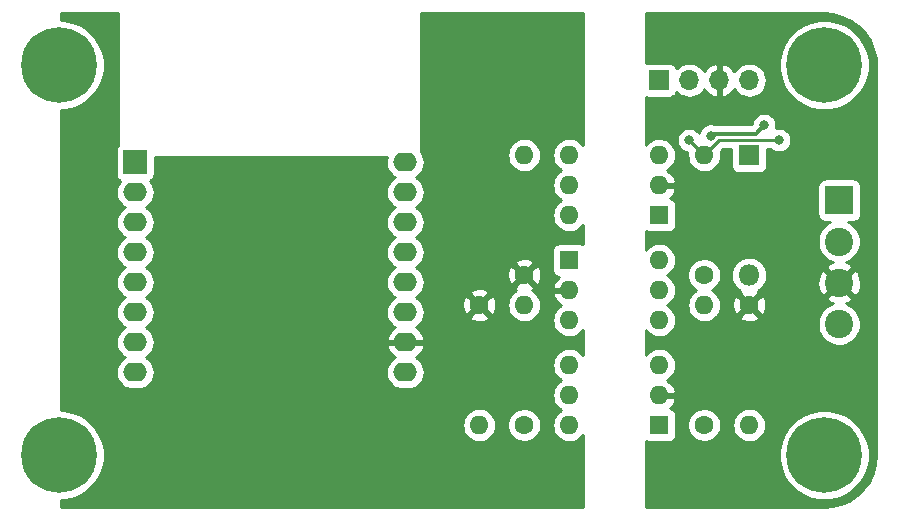
<source format=gbr>
G04 #@! TF.GenerationSoftware,KiCad,Pcbnew,(5.1.2-1)-1*
G04 #@! TF.CreationDate,2021-07-14T23:00:58-07:00*
G04 #@! TF.ProjectId,vista20p-alt,76697374-6132-4307-902d-616c742e6b69,rev?*
G04 #@! TF.SameCoordinates,Original*
G04 #@! TF.FileFunction,Copper,L2,Bot*
G04 #@! TF.FilePolarity,Positive*
%FSLAX46Y46*%
G04 Gerber Fmt 4.6, Leading zero omitted, Abs format (unit mm)*
G04 Created by KiCad (PCBNEW (5.1.2-1)-1) date 2021-07-14 23:00:58*
%MOMM*%
%LPD*%
G04 APERTURE LIST*
%ADD10O,1.800000X1.800000*%
%ADD11R,1.800000X1.800000*%
%ADD12C,2.400000*%
%ADD13R,2.400000X2.400000*%
%ADD14C,6.400000*%
%ADD15O,1.600000X1.600000*%
%ADD16C,1.600000*%
%ADD17R,1.600000X1.600000*%
%ADD18O,2.000000X1.600000*%
%ADD19R,2.000000X2.000000*%
%ADD20O,1.700000X1.700000*%
%ADD21R,1.700000X1.700000*%
%ADD22C,0.800000*%
%ADD23C,0.355600*%
%ADD24C,0.250000*%
%ADD25C,0.254000*%
G04 APERTURE END LIST*
D10*
X107950000Y-124460000D03*
D11*
X107950000Y-114300000D03*
D12*
X115570000Y-128610000D03*
X115570000Y-125110000D03*
X115570000Y-121610000D03*
D13*
X115570000Y-118110000D03*
D14*
X49530000Y-106680000D03*
X114300000Y-106680000D03*
X114300000Y-139700000D03*
X49530000Y-139700000D03*
D15*
X88900000Y-127000000D03*
D16*
X88900000Y-137160000D03*
D15*
X107950000Y-137160000D03*
D16*
X107950000Y-127000000D03*
D15*
X92710000Y-119380000D03*
X100330000Y-114300000D03*
X92710000Y-116840000D03*
X100330000Y-116840000D03*
X92710000Y-114300000D03*
D17*
X100330000Y-119380000D03*
D15*
X92710000Y-137160000D03*
X100330000Y-132080000D03*
X92710000Y-134620000D03*
X100330000Y-134620000D03*
X92710000Y-132080000D03*
D17*
X100330000Y-137160000D03*
D18*
X78830000Y-114910000D03*
X78830000Y-117450000D03*
X78830000Y-119990000D03*
X78830000Y-122530000D03*
X78830000Y-125070000D03*
X78830000Y-127610000D03*
X78830000Y-130150000D03*
X78830000Y-132690000D03*
X55970000Y-132690000D03*
X55970000Y-130150000D03*
X55970000Y-127610000D03*
X55970000Y-125070000D03*
X55970000Y-122530000D03*
X55970000Y-119990000D03*
D19*
X55970000Y-114910000D03*
D18*
X55970000Y-117450000D03*
D15*
X100330000Y-123190000D03*
X92710000Y-128270000D03*
X100330000Y-125730000D03*
X92710000Y-125730000D03*
X100330000Y-128270000D03*
D17*
X92710000Y-123190000D03*
D15*
X88900000Y-114300000D03*
D16*
X88900000Y-124460000D03*
D15*
X85090000Y-137160000D03*
D16*
X85090000Y-127000000D03*
D15*
X104140000Y-114300000D03*
D16*
X104140000Y-124460000D03*
D15*
X104140000Y-127000000D03*
D16*
X104140000Y-137160000D03*
D20*
X107950000Y-107950000D03*
X105410000Y-107950000D03*
X102870000Y-107950000D03*
D21*
X100330000Y-107950000D03*
D22*
X102870000Y-134620000D03*
X102870000Y-116840000D03*
X102870000Y-105410000D03*
X113030000Y-118110000D03*
X111760000Y-135890000D03*
X109220000Y-140970000D03*
X104140000Y-140970000D03*
X101600000Y-142240000D03*
X101600000Y-142240000D03*
X113030000Y-125730000D03*
X111471988Y-125631945D03*
X106045050Y-110945386D03*
X109220000Y-111760000D03*
X104696735Y-112641578D03*
X110490000Y-113030000D03*
X102870000Y-113030000D03*
X91440000Y-127000000D03*
X86360000Y-124460000D03*
X76200000Y-129540000D03*
X82550000Y-128270000D03*
X62230000Y-119380000D03*
X71120000Y-127000000D03*
X66040000Y-135890000D03*
X62230000Y-123190000D03*
X73660000Y-134620000D03*
X72390000Y-123190000D03*
X87630000Y-107950000D03*
X83820000Y-113030000D03*
X83820000Y-123190000D03*
X85090000Y-120650000D03*
X82550000Y-135890000D03*
D23*
X104865124Y-112473189D02*
X104696735Y-112641578D01*
X109220000Y-111760000D02*
X108506811Y-112473189D01*
X108506811Y-112473189D02*
X104865124Y-112473189D01*
D24*
X103269999Y-113429999D02*
X102870000Y-113030000D01*
X103649002Y-113809002D02*
X103269999Y-113429999D01*
X110490000Y-113030000D02*
X105410000Y-113030000D01*
X105410000Y-113030000D02*
X104140000Y-114300000D01*
D25*
G36*
X115077803Y-102357139D02*
G01*
X115831023Y-102563197D01*
X116535852Y-102899384D01*
X117170002Y-103355065D01*
X117713441Y-103915851D01*
X118148981Y-104564001D01*
X118462862Y-105279043D01*
X118646424Y-106043636D01*
X118695001Y-106705126D01*
X118695000Y-139669494D01*
X118622861Y-140477805D01*
X118416803Y-141231023D01*
X118080616Y-141935852D01*
X117624932Y-142570005D01*
X117064149Y-143113441D01*
X116415996Y-143548982D01*
X115700956Y-143862863D01*
X114936364Y-144046424D01*
X114274887Y-144095000D01*
X99187000Y-144095000D01*
X99187000Y-139322285D01*
X110465000Y-139322285D01*
X110465000Y-140077715D01*
X110612377Y-140818628D01*
X110901467Y-141516554D01*
X111321161Y-142144670D01*
X111855330Y-142678839D01*
X112483446Y-143098533D01*
X113181372Y-143387623D01*
X113922285Y-143535000D01*
X114677715Y-143535000D01*
X115418628Y-143387623D01*
X116116554Y-143098533D01*
X116744670Y-142678839D01*
X117278839Y-142144670D01*
X117698533Y-141516554D01*
X117987623Y-140818628D01*
X118135000Y-140077715D01*
X118135000Y-139322285D01*
X117987623Y-138581372D01*
X117698533Y-137883446D01*
X117278839Y-137255330D01*
X116744670Y-136721161D01*
X116116554Y-136301467D01*
X115418628Y-136012377D01*
X114677715Y-135865000D01*
X113922285Y-135865000D01*
X113181372Y-136012377D01*
X112483446Y-136301467D01*
X111855330Y-136721161D01*
X111321161Y-137255330D01*
X110901467Y-137883446D01*
X110612377Y-138581372D01*
X110465000Y-139322285D01*
X99187000Y-139322285D01*
X99187000Y-138496681D01*
X99285820Y-138549502D01*
X99405518Y-138585812D01*
X99530000Y-138598072D01*
X101130000Y-138598072D01*
X101254482Y-138585812D01*
X101374180Y-138549502D01*
X101484494Y-138490537D01*
X101581185Y-138411185D01*
X101660537Y-138314494D01*
X101719502Y-138204180D01*
X101755812Y-138084482D01*
X101768072Y-137960000D01*
X101768072Y-137018665D01*
X102705000Y-137018665D01*
X102705000Y-137301335D01*
X102760147Y-137578574D01*
X102868320Y-137839727D01*
X103025363Y-138074759D01*
X103225241Y-138274637D01*
X103460273Y-138431680D01*
X103721426Y-138539853D01*
X103998665Y-138595000D01*
X104281335Y-138595000D01*
X104558574Y-138539853D01*
X104819727Y-138431680D01*
X105054759Y-138274637D01*
X105254637Y-138074759D01*
X105411680Y-137839727D01*
X105519853Y-137578574D01*
X105575000Y-137301335D01*
X105575000Y-137160000D01*
X106508057Y-137160000D01*
X106535764Y-137441309D01*
X106617818Y-137711808D01*
X106751068Y-137961101D01*
X106930392Y-138179608D01*
X107148899Y-138358932D01*
X107398192Y-138492182D01*
X107668691Y-138574236D01*
X107879508Y-138595000D01*
X108020492Y-138595000D01*
X108231309Y-138574236D01*
X108501808Y-138492182D01*
X108751101Y-138358932D01*
X108969608Y-138179608D01*
X109148932Y-137961101D01*
X109282182Y-137711808D01*
X109364236Y-137441309D01*
X109391943Y-137160000D01*
X109364236Y-136878691D01*
X109282182Y-136608192D01*
X109148932Y-136358899D01*
X108969608Y-136140392D01*
X108751101Y-135961068D01*
X108501808Y-135827818D01*
X108231309Y-135745764D01*
X108020492Y-135725000D01*
X107879508Y-135725000D01*
X107668691Y-135745764D01*
X107398192Y-135827818D01*
X107148899Y-135961068D01*
X106930392Y-136140392D01*
X106751068Y-136358899D01*
X106617818Y-136608192D01*
X106535764Y-136878691D01*
X106508057Y-137160000D01*
X105575000Y-137160000D01*
X105575000Y-137018665D01*
X105519853Y-136741426D01*
X105411680Y-136480273D01*
X105254637Y-136245241D01*
X105054759Y-136045363D01*
X104819727Y-135888320D01*
X104558574Y-135780147D01*
X104281335Y-135725000D01*
X103998665Y-135725000D01*
X103721426Y-135780147D01*
X103460273Y-135888320D01*
X103225241Y-136045363D01*
X103025363Y-136245241D01*
X102868320Y-136480273D01*
X102760147Y-136741426D01*
X102705000Y-137018665D01*
X101768072Y-137018665D01*
X101768072Y-136360000D01*
X101755812Y-136235518D01*
X101719502Y-136115820D01*
X101660537Y-136005506D01*
X101581185Y-135908815D01*
X101484494Y-135829463D01*
X101374180Y-135770498D01*
X101254482Y-135734188D01*
X101229920Y-135731769D01*
X101393519Y-135583414D01*
X101561037Y-135357420D01*
X101681246Y-135103087D01*
X101721904Y-134969039D01*
X101599915Y-134747000D01*
X100457000Y-134747000D01*
X100457000Y-134767000D01*
X100203000Y-134767000D01*
X100203000Y-134747000D01*
X100183000Y-134747000D01*
X100183000Y-134493000D01*
X100203000Y-134493000D01*
X100203000Y-134473000D01*
X100457000Y-134473000D01*
X100457000Y-134493000D01*
X101599915Y-134493000D01*
X101721904Y-134270961D01*
X101681246Y-134136913D01*
X101561037Y-133882580D01*
X101393519Y-133656586D01*
X101185131Y-133467615D01*
X100993318Y-133352579D01*
X101131101Y-133278932D01*
X101349608Y-133099608D01*
X101528932Y-132881101D01*
X101662182Y-132631808D01*
X101744236Y-132361309D01*
X101771943Y-132080000D01*
X101744236Y-131798691D01*
X101662182Y-131528192D01*
X101528932Y-131278899D01*
X101349608Y-131060392D01*
X101131101Y-130881068D01*
X100881808Y-130747818D01*
X100611309Y-130665764D01*
X100400492Y-130645000D01*
X100259508Y-130645000D01*
X100048691Y-130665764D01*
X99778192Y-130747818D01*
X99528899Y-130881068D01*
X99310392Y-131060392D01*
X99187000Y-131210746D01*
X99187000Y-129139254D01*
X99310392Y-129289608D01*
X99528899Y-129468932D01*
X99778192Y-129602182D01*
X100048691Y-129684236D01*
X100259508Y-129705000D01*
X100400492Y-129705000D01*
X100611309Y-129684236D01*
X100881808Y-129602182D01*
X101131101Y-129468932D01*
X101349608Y-129289608D01*
X101528932Y-129071101D01*
X101662182Y-128821808D01*
X101744236Y-128551309D01*
X101771943Y-128270000D01*
X101744236Y-127988691D01*
X101662182Y-127718192D01*
X101528932Y-127468899D01*
X101349608Y-127250392D01*
X101131101Y-127071068D01*
X100998142Y-127000000D01*
X102698057Y-127000000D01*
X102725764Y-127281309D01*
X102807818Y-127551808D01*
X102941068Y-127801101D01*
X103120392Y-128019608D01*
X103338899Y-128198932D01*
X103588192Y-128332182D01*
X103858691Y-128414236D01*
X104069508Y-128435000D01*
X104210492Y-128435000D01*
X104421309Y-128414236D01*
X104691808Y-128332182D01*
X104941101Y-128198932D01*
X105159608Y-128019608D01*
X105181689Y-127992702D01*
X107136903Y-127992702D01*
X107208486Y-128236671D01*
X107463996Y-128357571D01*
X107738184Y-128426300D01*
X108020512Y-128440217D01*
X108094408Y-128429268D01*
X113735000Y-128429268D01*
X113735000Y-128790732D01*
X113805518Y-129145250D01*
X113943844Y-129479199D01*
X114144662Y-129779744D01*
X114400256Y-130035338D01*
X114700801Y-130236156D01*
X115034750Y-130374482D01*
X115389268Y-130445000D01*
X115750732Y-130445000D01*
X116105250Y-130374482D01*
X116439199Y-130236156D01*
X116739744Y-130035338D01*
X116995338Y-129779744D01*
X117196156Y-129479199D01*
X117334482Y-129145250D01*
X117405000Y-128790732D01*
X117405000Y-128429268D01*
X117334482Y-128074750D01*
X117196156Y-127740801D01*
X116995338Y-127440256D01*
X116739744Y-127184662D01*
X116439199Y-126983844D01*
X116132511Y-126856810D01*
X116325833Y-126791846D01*
X116548486Y-126672836D01*
X116668374Y-126387980D01*
X115570000Y-125289605D01*
X114471626Y-126387980D01*
X114591514Y-126672836D01*
X114915210Y-126833699D01*
X115004690Y-126857969D01*
X114700801Y-126983844D01*
X114400256Y-127184662D01*
X114144662Y-127440256D01*
X113943844Y-127740801D01*
X113805518Y-128074750D01*
X113735000Y-128429268D01*
X108094408Y-128429268D01*
X108300130Y-128398787D01*
X108566292Y-128303603D01*
X108691514Y-128236671D01*
X108763097Y-127992702D01*
X107950000Y-127179605D01*
X107136903Y-127992702D01*
X105181689Y-127992702D01*
X105338932Y-127801101D01*
X105472182Y-127551808D01*
X105554236Y-127281309D01*
X105574998Y-127070512D01*
X106509783Y-127070512D01*
X106551213Y-127350130D01*
X106646397Y-127616292D01*
X106713329Y-127741514D01*
X106957298Y-127813097D01*
X107770395Y-127000000D01*
X108129605Y-127000000D01*
X108942702Y-127813097D01*
X109186671Y-127741514D01*
X109307571Y-127486004D01*
X109376300Y-127211816D01*
X109390217Y-126929488D01*
X109348787Y-126649870D01*
X109253603Y-126383708D01*
X109186671Y-126258486D01*
X108942702Y-126186903D01*
X108129605Y-127000000D01*
X107770395Y-127000000D01*
X106957298Y-126186903D01*
X106713329Y-126258486D01*
X106592429Y-126513996D01*
X106523700Y-126788184D01*
X106509783Y-127070512D01*
X105574998Y-127070512D01*
X105581943Y-127000000D01*
X105554236Y-126718691D01*
X105472182Y-126448192D01*
X105338932Y-126198899D01*
X105159608Y-125980392D01*
X104941101Y-125801068D01*
X104814971Y-125733650D01*
X104819727Y-125731680D01*
X105054759Y-125574637D01*
X105254637Y-125374759D01*
X105411680Y-125139727D01*
X105519853Y-124878574D01*
X105575000Y-124601335D01*
X105575000Y-124460000D01*
X106407573Y-124460000D01*
X106437210Y-124760913D01*
X106524983Y-125050261D01*
X106667519Y-125316927D01*
X106859339Y-125550661D01*
X107093073Y-125742481D01*
X107198127Y-125798634D01*
X107136903Y-126007298D01*
X107950000Y-126820395D01*
X108763097Y-126007298D01*
X108701873Y-125798634D01*
X108806927Y-125742481D01*
X109040661Y-125550661D01*
X109232481Y-125316927D01*
X109313856Y-125164684D01*
X113726933Y-125164684D01*
X113773015Y-125523198D01*
X113888154Y-125865833D01*
X114007164Y-126088486D01*
X114292020Y-126208374D01*
X115390395Y-125110000D01*
X115749605Y-125110000D01*
X116847980Y-126208374D01*
X117132836Y-126088486D01*
X117293699Y-125764790D01*
X117388322Y-125415931D01*
X117413067Y-125055316D01*
X117366985Y-124696802D01*
X117251846Y-124354167D01*
X117132836Y-124131514D01*
X116847980Y-124011626D01*
X115749605Y-125110000D01*
X115390395Y-125110000D01*
X114292020Y-124011626D01*
X114007164Y-124131514D01*
X113846301Y-124455210D01*
X113751678Y-124804069D01*
X113726933Y-125164684D01*
X109313856Y-125164684D01*
X109375017Y-125050261D01*
X109462790Y-124760913D01*
X109492427Y-124460000D01*
X109462790Y-124159087D01*
X109375017Y-123869739D01*
X109232481Y-123603073D01*
X109040661Y-123369339D01*
X108806927Y-123177519D01*
X108540261Y-123034983D01*
X108250913Y-122947210D01*
X108025408Y-122925000D01*
X107874592Y-122925000D01*
X107649087Y-122947210D01*
X107359739Y-123034983D01*
X107093073Y-123177519D01*
X106859339Y-123369339D01*
X106667519Y-123603073D01*
X106524983Y-123869739D01*
X106437210Y-124159087D01*
X106407573Y-124460000D01*
X105575000Y-124460000D01*
X105575000Y-124318665D01*
X105519853Y-124041426D01*
X105411680Y-123780273D01*
X105254637Y-123545241D01*
X105054759Y-123345363D01*
X104819727Y-123188320D01*
X104558574Y-123080147D01*
X104281335Y-123025000D01*
X103998665Y-123025000D01*
X103721426Y-123080147D01*
X103460273Y-123188320D01*
X103225241Y-123345363D01*
X103025363Y-123545241D01*
X102868320Y-123780273D01*
X102760147Y-124041426D01*
X102705000Y-124318665D01*
X102705000Y-124601335D01*
X102760147Y-124878574D01*
X102868320Y-125139727D01*
X103025363Y-125374759D01*
X103225241Y-125574637D01*
X103460273Y-125731680D01*
X103465029Y-125733650D01*
X103338899Y-125801068D01*
X103120392Y-125980392D01*
X102941068Y-126198899D01*
X102807818Y-126448192D01*
X102725764Y-126718691D01*
X102698057Y-127000000D01*
X100998142Y-127000000D01*
X101131101Y-126928932D01*
X101349608Y-126749608D01*
X101528932Y-126531101D01*
X101662182Y-126281808D01*
X101744236Y-126011309D01*
X101771943Y-125730000D01*
X101744236Y-125448691D01*
X101662182Y-125178192D01*
X101528932Y-124928899D01*
X101349608Y-124710392D01*
X101131101Y-124531068D01*
X100998142Y-124460000D01*
X101131101Y-124388932D01*
X101349608Y-124209608D01*
X101528932Y-123991101D01*
X101662182Y-123741808D01*
X101744236Y-123471309D01*
X101771943Y-123190000D01*
X101744236Y-122908691D01*
X101662182Y-122638192D01*
X101528932Y-122388899D01*
X101349608Y-122170392D01*
X101131101Y-121991068D01*
X100881808Y-121857818D01*
X100611309Y-121775764D01*
X100400492Y-121755000D01*
X100259508Y-121755000D01*
X100048691Y-121775764D01*
X99778192Y-121857818D01*
X99528899Y-121991068D01*
X99310392Y-122170392D01*
X99187000Y-122320746D01*
X99187000Y-120716681D01*
X99285820Y-120769502D01*
X99405518Y-120805812D01*
X99530000Y-120818072D01*
X101130000Y-120818072D01*
X101254482Y-120805812D01*
X101374180Y-120769502D01*
X101484494Y-120710537D01*
X101581185Y-120631185D01*
X101660537Y-120534494D01*
X101719502Y-120424180D01*
X101755812Y-120304482D01*
X101768072Y-120180000D01*
X101768072Y-118580000D01*
X101755812Y-118455518D01*
X101719502Y-118335820D01*
X101660537Y-118225506D01*
X101581185Y-118128815D01*
X101484494Y-118049463D01*
X101374180Y-117990498D01*
X101254482Y-117954188D01*
X101229920Y-117951769D01*
X101393519Y-117803414D01*
X101561037Y-117577420D01*
X101681246Y-117323087D01*
X101721904Y-117189039D01*
X101599915Y-116967000D01*
X100457000Y-116967000D01*
X100457000Y-116987000D01*
X100203000Y-116987000D01*
X100203000Y-116967000D01*
X100183000Y-116967000D01*
X100183000Y-116910000D01*
X113731928Y-116910000D01*
X113731928Y-119310000D01*
X113744188Y-119434482D01*
X113780498Y-119554180D01*
X113839463Y-119664494D01*
X113918815Y-119761185D01*
X114015506Y-119840537D01*
X114125820Y-119899502D01*
X114245518Y-119935812D01*
X114370000Y-119948072D01*
X114787162Y-119948072D01*
X114700801Y-119983844D01*
X114400256Y-120184662D01*
X114144662Y-120440256D01*
X113943844Y-120740801D01*
X113805518Y-121074750D01*
X113735000Y-121429268D01*
X113735000Y-121790732D01*
X113805518Y-122145250D01*
X113943844Y-122479199D01*
X114144662Y-122779744D01*
X114400256Y-123035338D01*
X114700801Y-123236156D01*
X115007489Y-123363190D01*
X114814167Y-123428154D01*
X114591514Y-123547164D01*
X114471626Y-123832020D01*
X115570000Y-124930395D01*
X116668374Y-123832020D01*
X116548486Y-123547164D01*
X116224790Y-123386301D01*
X116135310Y-123362031D01*
X116439199Y-123236156D01*
X116739744Y-123035338D01*
X116995338Y-122779744D01*
X117196156Y-122479199D01*
X117334482Y-122145250D01*
X117405000Y-121790732D01*
X117405000Y-121429268D01*
X117334482Y-121074750D01*
X117196156Y-120740801D01*
X116995338Y-120440256D01*
X116739744Y-120184662D01*
X116439199Y-119983844D01*
X116352838Y-119948072D01*
X116770000Y-119948072D01*
X116894482Y-119935812D01*
X117014180Y-119899502D01*
X117124494Y-119840537D01*
X117221185Y-119761185D01*
X117300537Y-119664494D01*
X117359502Y-119554180D01*
X117395812Y-119434482D01*
X117408072Y-119310000D01*
X117408072Y-116910000D01*
X117395812Y-116785518D01*
X117359502Y-116665820D01*
X117300537Y-116555506D01*
X117221185Y-116458815D01*
X117124494Y-116379463D01*
X117014180Y-116320498D01*
X116894482Y-116284188D01*
X116770000Y-116271928D01*
X114370000Y-116271928D01*
X114245518Y-116284188D01*
X114125820Y-116320498D01*
X114015506Y-116379463D01*
X113918815Y-116458815D01*
X113839463Y-116555506D01*
X113780498Y-116665820D01*
X113744188Y-116785518D01*
X113731928Y-116910000D01*
X100183000Y-116910000D01*
X100183000Y-116713000D01*
X100203000Y-116713000D01*
X100203000Y-116693000D01*
X100457000Y-116693000D01*
X100457000Y-116713000D01*
X101599915Y-116713000D01*
X101721904Y-116490961D01*
X101681246Y-116356913D01*
X101561037Y-116102580D01*
X101393519Y-115876586D01*
X101185131Y-115687615D01*
X100993318Y-115572579D01*
X101131101Y-115498932D01*
X101349608Y-115319608D01*
X101528932Y-115101101D01*
X101662182Y-114851808D01*
X101744236Y-114581309D01*
X101771943Y-114300000D01*
X101744236Y-114018691D01*
X101662182Y-113748192D01*
X101528932Y-113498899D01*
X101349608Y-113280392D01*
X101131101Y-113101068D01*
X100881808Y-112967818D01*
X100750746Y-112928061D01*
X101835000Y-112928061D01*
X101835000Y-113131939D01*
X101874774Y-113331898D01*
X101952795Y-113520256D01*
X102066063Y-113689774D01*
X102210226Y-113833937D01*
X102379744Y-113947205D01*
X102568102Y-114025226D01*
X102722103Y-114055859D01*
X102698057Y-114300000D01*
X102725764Y-114581309D01*
X102807818Y-114851808D01*
X102941068Y-115101101D01*
X103120392Y-115319608D01*
X103338899Y-115498932D01*
X103588192Y-115632182D01*
X103858691Y-115714236D01*
X104069508Y-115735000D01*
X104210492Y-115735000D01*
X104421309Y-115714236D01*
X104691808Y-115632182D01*
X104941101Y-115498932D01*
X105159608Y-115319608D01*
X105338932Y-115101101D01*
X105472182Y-114851808D01*
X105554236Y-114581309D01*
X105581943Y-114300000D01*
X105554236Y-114018691D01*
X105540708Y-113974094D01*
X105724802Y-113790000D01*
X106411928Y-113790000D01*
X106411928Y-115200000D01*
X106424188Y-115324482D01*
X106460498Y-115444180D01*
X106519463Y-115554494D01*
X106598815Y-115651185D01*
X106695506Y-115730537D01*
X106805820Y-115789502D01*
X106925518Y-115825812D01*
X107050000Y-115838072D01*
X108850000Y-115838072D01*
X108974482Y-115825812D01*
X109094180Y-115789502D01*
X109204494Y-115730537D01*
X109301185Y-115651185D01*
X109380537Y-115554494D01*
X109439502Y-115444180D01*
X109475812Y-115324482D01*
X109488072Y-115200000D01*
X109488072Y-113790000D01*
X109786289Y-113790000D01*
X109830226Y-113833937D01*
X109999744Y-113947205D01*
X110188102Y-114025226D01*
X110388061Y-114065000D01*
X110591939Y-114065000D01*
X110791898Y-114025226D01*
X110980256Y-113947205D01*
X111149774Y-113833937D01*
X111293937Y-113689774D01*
X111407205Y-113520256D01*
X111485226Y-113331898D01*
X111525000Y-113131939D01*
X111525000Y-112928061D01*
X111485226Y-112728102D01*
X111407205Y-112539744D01*
X111293937Y-112370226D01*
X111149774Y-112226063D01*
X110980256Y-112112795D01*
X110791898Y-112034774D01*
X110591939Y-111995000D01*
X110388061Y-111995000D01*
X110221961Y-112028039D01*
X110255000Y-111861939D01*
X110255000Y-111658061D01*
X110215226Y-111458102D01*
X110137205Y-111269744D01*
X110023937Y-111100226D01*
X109879774Y-110956063D01*
X109710256Y-110842795D01*
X109521898Y-110764774D01*
X109321939Y-110725000D01*
X109118061Y-110725000D01*
X108918102Y-110764774D01*
X108729744Y-110842795D01*
X108560226Y-110956063D01*
X108416063Y-111100226D01*
X108302795Y-111269744D01*
X108224774Y-111458102D01*
X108188112Y-111642416D01*
X108170139Y-111660389D01*
X105032521Y-111660389D01*
X104998633Y-111646352D01*
X104798674Y-111606578D01*
X104594796Y-111606578D01*
X104394837Y-111646352D01*
X104206479Y-111724373D01*
X104036961Y-111837641D01*
X103892798Y-111981804D01*
X103779530Y-112151322D01*
X103701509Y-112339680D01*
X103690502Y-112395017D01*
X103673937Y-112370226D01*
X103529774Y-112226063D01*
X103360256Y-112112795D01*
X103171898Y-112034774D01*
X102971939Y-111995000D01*
X102768061Y-111995000D01*
X102568102Y-112034774D01*
X102379744Y-112112795D01*
X102210226Y-112226063D01*
X102066063Y-112370226D01*
X101952795Y-112539744D01*
X101874774Y-112728102D01*
X101835000Y-112928061D01*
X100750746Y-112928061D01*
X100611309Y-112885764D01*
X100400492Y-112865000D01*
X100259508Y-112865000D01*
X100048691Y-112885764D01*
X99778192Y-112967818D01*
X99528899Y-113101068D01*
X99310392Y-113280392D01*
X99187000Y-113430746D01*
X99187000Y-109363407D01*
X99235820Y-109389502D01*
X99355518Y-109425812D01*
X99480000Y-109438072D01*
X101180000Y-109438072D01*
X101304482Y-109425812D01*
X101424180Y-109389502D01*
X101534494Y-109330537D01*
X101631185Y-109251185D01*
X101710537Y-109154494D01*
X101769502Y-109044180D01*
X101790393Y-108975313D01*
X101814866Y-109005134D01*
X102040986Y-109190706D01*
X102298966Y-109328599D01*
X102578889Y-109413513D01*
X102797050Y-109435000D01*
X102942950Y-109435000D01*
X103161111Y-109413513D01*
X103441034Y-109328599D01*
X103699014Y-109190706D01*
X103925134Y-109005134D01*
X104110706Y-108779014D01*
X104145201Y-108714477D01*
X104214822Y-108831355D01*
X104409731Y-109047588D01*
X104643080Y-109221641D01*
X104905901Y-109346825D01*
X105053110Y-109391476D01*
X105283000Y-109270155D01*
X105283000Y-108077000D01*
X105263000Y-108077000D01*
X105263000Y-107823000D01*
X105283000Y-107823000D01*
X105283000Y-106629845D01*
X105537000Y-106629845D01*
X105537000Y-107823000D01*
X105557000Y-107823000D01*
X105557000Y-108077000D01*
X105537000Y-108077000D01*
X105537000Y-109270155D01*
X105766890Y-109391476D01*
X105914099Y-109346825D01*
X106176920Y-109221641D01*
X106410269Y-109047588D01*
X106605178Y-108831355D01*
X106674799Y-108714477D01*
X106709294Y-108779014D01*
X106894866Y-109005134D01*
X107120986Y-109190706D01*
X107378966Y-109328599D01*
X107658889Y-109413513D01*
X107877050Y-109435000D01*
X108022950Y-109435000D01*
X108241111Y-109413513D01*
X108521034Y-109328599D01*
X108779014Y-109190706D01*
X109005134Y-109005134D01*
X109190706Y-108779014D01*
X109328599Y-108521034D01*
X109413513Y-108241111D01*
X109442185Y-107950000D01*
X109413513Y-107658889D01*
X109328599Y-107378966D01*
X109190706Y-107120986D01*
X109005134Y-106894866D01*
X108779014Y-106709294D01*
X108521034Y-106571401D01*
X108241111Y-106486487D01*
X108022950Y-106465000D01*
X107877050Y-106465000D01*
X107658889Y-106486487D01*
X107378966Y-106571401D01*
X107120986Y-106709294D01*
X106894866Y-106894866D01*
X106709294Y-107120986D01*
X106674799Y-107185523D01*
X106605178Y-107068645D01*
X106410269Y-106852412D01*
X106176920Y-106678359D01*
X105914099Y-106553175D01*
X105766890Y-106508524D01*
X105537000Y-106629845D01*
X105283000Y-106629845D01*
X105053110Y-106508524D01*
X104905901Y-106553175D01*
X104643080Y-106678359D01*
X104409731Y-106852412D01*
X104214822Y-107068645D01*
X104145201Y-107185523D01*
X104110706Y-107120986D01*
X103925134Y-106894866D01*
X103699014Y-106709294D01*
X103441034Y-106571401D01*
X103161111Y-106486487D01*
X102942950Y-106465000D01*
X102797050Y-106465000D01*
X102578889Y-106486487D01*
X102298966Y-106571401D01*
X102040986Y-106709294D01*
X101814866Y-106894866D01*
X101790393Y-106924687D01*
X101769502Y-106855820D01*
X101710537Y-106745506D01*
X101631185Y-106648815D01*
X101534494Y-106569463D01*
X101424180Y-106510498D01*
X101304482Y-106474188D01*
X101180000Y-106461928D01*
X99480000Y-106461928D01*
X99355518Y-106474188D01*
X99235820Y-106510498D01*
X99187000Y-106536593D01*
X99187000Y-106302285D01*
X110465000Y-106302285D01*
X110465000Y-107057715D01*
X110612377Y-107798628D01*
X110901467Y-108496554D01*
X111321161Y-109124670D01*
X111855330Y-109658839D01*
X112483446Y-110078533D01*
X113181372Y-110367623D01*
X113922285Y-110515000D01*
X114677715Y-110515000D01*
X115418628Y-110367623D01*
X116116554Y-110078533D01*
X116744670Y-109658839D01*
X117278839Y-109124670D01*
X117698533Y-108496554D01*
X117987623Y-107798628D01*
X118135000Y-107057715D01*
X118135000Y-106302285D01*
X117987623Y-105561372D01*
X117698533Y-104863446D01*
X117278839Y-104235330D01*
X116744670Y-103701161D01*
X116116554Y-103281467D01*
X115418628Y-102992377D01*
X114677715Y-102845000D01*
X113922285Y-102845000D01*
X113181372Y-102992377D01*
X112483446Y-103281467D01*
X111855330Y-103701161D01*
X111321161Y-104235330D01*
X110901467Y-104863446D01*
X110612377Y-105561372D01*
X110465000Y-106302285D01*
X99187000Y-106302285D01*
X99187000Y-102285000D01*
X114269495Y-102285000D01*
X115077803Y-102357139D01*
X115077803Y-102357139D01*
G37*
X115077803Y-102357139D02*
X115831023Y-102563197D01*
X116535852Y-102899384D01*
X117170002Y-103355065D01*
X117713441Y-103915851D01*
X118148981Y-104564001D01*
X118462862Y-105279043D01*
X118646424Y-106043636D01*
X118695001Y-106705126D01*
X118695000Y-139669494D01*
X118622861Y-140477805D01*
X118416803Y-141231023D01*
X118080616Y-141935852D01*
X117624932Y-142570005D01*
X117064149Y-143113441D01*
X116415996Y-143548982D01*
X115700956Y-143862863D01*
X114936364Y-144046424D01*
X114274887Y-144095000D01*
X99187000Y-144095000D01*
X99187000Y-139322285D01*
X110465000Y-139322285D01*
X110465000Y-140077715D01*
X110612377Y-140818628D01*
X110901467Y-141516554D01*
X111321161Y-142144670D01*
X111855330Y-142678839D01*
X112483446Y-143098533D01*
X113181372Y-143387623D01*
X113922285Y-143535000D01*
X114677715Y-143535000D01*
X115418628Y-143387623D01*
X116116554Y-143098533D01*
X116744670Y-142678839D01*
X117278839Y-142144670D01*
X117698533Y-141516554D01*
X117987623Y-140818628D01*
X118135000Y-140077715D01*
X118135000Y-139322285D01*
X117987623Y-138581372D01*
X117698533Y-137883446D01*
X117278839Y-137255330D01*
X116744670Y-136721161D01*
X116116554Y-136301467D01*
X115418628Y-136012377D01*
X114677715Y-135865000D01*
X113922285Y-135865000D01*
X113181372Y-136012377D01*
X112483446Y-136301467D01*
X111855330Y-136721161D01*
X111321161Y-137255330D01*
X110901467Y-137883446D01*
X110612377Y-138581372D01*
X110465000Y-139322285D01*
X99187000Y-139322285D01*
X99187000Y-138496681D01*
X99285820Y-138549502D01*
X99405518Y-138585812D01*
X99530000Y-138598072D01*
X101130000Y-138598072D01*
X101254482Y-138585812D01*
X101374180Y-138549502D01*
X101484494Y-138490537D01*
X101581185Y-138411185D01*
X101660537Y-138314494D01*
X101719502Y-138204180D01*
X101755812Y-138084482D01*
X101768072Y-137960000D01*
X101768072Y-137018665D01*
X102705000Y-137018665D01*
X102705000Y-137301335D01*
X102760147Y-137578574D01*
X102868320Y-137839727D01*
X103025363Y-138074759D01*
X103225241Y-138274637D01*
X103460273Y-138431680D01*
X103721426Y-138539853D01*
X103998665Y-138595000D01*
X104281335Y-138595000D01*
X104558574Y-138539853D01*
X104819727Y-138431680D01*
X105054759Y-138274637D01*
X105254637Y-138074759D01*
X105411680Y-137839727D01*
X105519853Y-137578574D01*
X105575000Y-137301335D01*
X105575000Y-137160000D01*
X106508057Y-137160000D01*
X106535764Y-137441309D01*
X106617818Y-137711808D01*
X106751068Y-137961101D01*
X106930392Y-138179608D01*
X107148899Y-138358932D01*
X107398192Y-138492182D01*
X107668691Y-138574236D01*
X107879508Y-138595000D01*
X108020492Y-138595000D01*
X108231309Y-138574236D01*
X108501808Y-138492182D01*
X108751101Y-138358932D01*
X108969608Y-138179608D01*
X109148932Y-137961101D01*
X109282182Y-137711808D01*
X109364236Y-137441309D01*
X109391943Y-137160000D01*
X109364236Y-136878691D01*
X109282182Y-136608192D01*
X109148932Y-136358899D01*
X108969608Y-136140392D01*
X108751101Y-135961068D01*
X108501808Y-135827818D01*
X108231309Y-135745764D01*
X108020492Y-135725000D01*
X107879508Y-135725000D01*
X107668691Y-135745764D01*
X107398192Y-135827818D01*
X107148899Y-135961068D01*
X106930392Y-136140392D01*
X106751068Y-136358899D01*
X106617818Y-136608192D01*
X106535764Y-136878691D01*
X106508057Y-137160000D01*
X105575000Y-137160000D01*
X105575000Y-137018665D01*
X105519853Y-136741426D01*
X105411680Y-136480273D01*
X105254637Y-136245241D01*
X105054759Y-136045363D01*
X104819727Y-135888320D01*
X104558574Y-135780147D01*
X104281335Y-135725000D01*
X103998665Y-135725000D01*
X103721426Y-135780147D01*
X103460273Y-135888320D01*
X103225241Y-136045363D01*
X103025363Y-136245241D01*
X102868320Y-136480273D01*
X102760147Y-136741426D01*
X102705000Y-137018665D01*
X101768072Y-137018665D01*
X101768072Y-136360000D01*
X101755812Y-136235518D01*
X101719502Y-136115820D01*
X101660537Y-136005506D01*
X101581185Y-135908815D01*
X101484494Y-135829463D01*
X101374180Y-135770498D01*
X101254482Y-135734188D01*
X101229920Y-135731769D01*
X101393519Y-135583414D01*
X101561037Y-135357420D01*
X101681246Y-135103087D01*
X101721904Y-134969039D01*
X101599915Y-134747000D01*
X100457000Y-134747000D01*
X100457000Y-134767000D01*
X100203000Y-134767000D01*
X100203000Y-134747000D01*
X100183000Y-134747000D01*
X100183000Y-134493000D01*
X100203000Y-134493000D01*
X100203000Y-134473000D01*
X100457000Y-134473000D01*
X100457000Y-134493000D01*
X101599915Y-134493000D01*
X101721904Y-134270961D01*
X101681246Y-134136913D01*
X101561037Y-133882580D01*
X101393519Y-133656586D01*
X101185131Y-133467615D01*
X100993318Y-133352579D01*
X101131101Y-133278932D01*
X101349608Y-133099608D01*
X101528932Y-132881101D01*
X101662182Y-132631808D01*
X101744236Y-132361309D01*
X101771943Y-132080000D01*
X101744236Y-131798691D01*
X101662182Y-131528192D01*
X101528932Y-131278899D01*
X101349608Y-131060392D01*
X101131101Y-130881068D01*
X100881808Y-130747818D01*
X100611309Y-130665764D01*
X100400492Y-130645000D01*
X100259508Y-130645000D01*
X100048691Y-130665764D01*
X99778192Y-130747818D01*
X99528899Y-130881068D01*
X99310392Y-131060392D01*
X99187000Y-131210746D01*
X99187000Y-129139254D01*
X99310392Y-129289608D01*
X99528899Y-129468932D01*
X99778192Y-129602182D01*
X100048691Y-129684236D01*
X100259508Y-129705000D01*
X100400492Y-129705000D01*
X100611309Y-129684236D01*
X100881808Y-129602182D01*
X101131101Y-129468932D01*
X101349608Y-129289608D01*
X101528932Y-129071101D01*
X101662182Y-128821808D01*
X101744236Y-128551309D01*
X101771943Y-128270000D01*
X101744236Y-127988691D01*
X101662182Y-127718192D01*
X101528932Y-127468899D01*
X101349608Y-127250392D01*
X101131101Y-127071068D01*
X100998142Y-127000000D01*
X102698057Y-127000000D01*
X102725764Y-127281309D01*
X102807818Y-127551808D01*
X102941068Y-127801101D01*
X103120392Y-128019608D01*
X103338899Y-128198932D01*
X103588192Y-128332182D01*
X103858691Y-128414236D01*
X104069508Y-128435000D01*
X104210492Y-128435000D01*
X104421309Y-128414236D01*
X104691808Y-128332182D01*
X104941101Y-128198932D01*
X105159608Y-128019608D01*
X105181689Y-127992702D01*
X107136903Y-127992702D01*
X107208486Y-128236671D01*
X107463996Y-128357571D01*
X107738184Y-128426300D01*
X108020512Y-128440217D01*
X108094408Y-128429268D01*
X113735000Y-128429268D01*
X113735000Y-128790732D01*
X113805518Y-129145250D01*
X113943844Y-129479199D01*
X114144662Y-129779744D01*
X114400256Y-130035338D01*
X114700801Y-130236156D01*
X115034750Y-130374482D01*
X115389268Y-130445000D01*
X115750732Y-130445000D01*
X116105250Y-130374482D01*
X116439199Y-130236156D01*
X116739744Y-130035338D01*
X116995338Y-129779744D01*
X117196156Y-129479199D01*
X117334482Y-129145250D01*
X117405000Y-128790732D01*
X117405000Y-128429268D01*
X117334482Y-128074750D01*
X117196156Y-127740801D01*
X116995338Y-127440256D01*
X116739744Y-127184662D01*
X116439199Y-126983844D01*
X116132511Y-126856810D01*
X116325833Y-126791846D01*
X116548486Y-126672836D01*
X116668374Y-126387980D01*
X115570000Y-125289605D01*
X114471626Y-126387980D01*
X114591514Y-126672836D01*
X114915210Y-126833699D01*
X115004690Y-126857969D01*
X114700801Y-126983844D01*
X114400256Y-127184662D01*
X114144662Y-127440256D01*
X113943844Y-127740801D01*
X113805518Y-128074750D01*
X113735000Y-128429268D01*
X108094408Y-128429268D01*
X108300130Y-128398787D01*
X108566292Y-128303603D01*
X108691514Y-128236671D01*
X108763097Y-127992702D01*
X107950000Y-127179605D01*
X107136903Y-127992702D01*
X105181689Y-127992702D01*
X105338932Y-127801101D01*
X105472182Y-127551808D01*
X105554236Y-127281309D01*
X105574998Y-127070512D01*
X106509783Y-127070512D01*
X106551213Y-127350130D01*
X106646397Y-127616292D01*
X106713329Y-127741514D01*
X106957298Y-127813097D01*
X107770395Y-127000000D01*
X108129605Y-127000000D01*
X108942702Y-127813097D01*
X109186671Y-127741514D01*
X109307571Y-127486004D01*
X109376300Y-127211816D01*
X109390217Y-126929488D01*
X109348787Y-126649870D01*
X109253603Y-126383708D01*
X109186671Y-126258486D01*
X108942702Y-126186903D01*
X108129605Y-127000000D01*
X107770395Y-127000000D01*
X106957298Y-126186903D01*
X106713329Y-126258486D01*
X106592429Y-126513996D01*
X106523700Y-126788184D01*
X106509783Y-127070512D01*
X105574998Y-127070512D01*
X105581943Y-127000000D01*
X105554236Y-126718691D01*
X105472182Y-126448192D01*
X105338932Y-126198899D01*
X105159608Y-125980392D01*
X104941101Y-125801068D01*
X104814971Y-125733650D01*
X104819727Y-125731680D01*
X105054759Y-125574637D01*
X105254637Y-125374759D01*
X105411680Y-125139727D01*
X105519853Y-124878574D01*
X105575000Y-124601335D01*
X105575000Y-124460000D01*
X106407573Y-124460000D01*
X106437210Y-124760913D01*
X106524983Y-125050261D01*
X106667519Y-125316927D01*
X106859339Y-125550661D01*
X107093073Y-125742481D01*
X107198127Y-125798634D01*
X107136903Y-126007298D01*
X107950000Y-126820395D01*
X108763097Y-126007298D01*
X108701873Y-125798634D01*
X108806927Y-125742481D01*
X109040661Y-125550661D01*
X109232481Y-125316927D01*
X109313856Y-125164684D01*
X113726933Y-125164684D01*
X113773015Y-125523198D01*
X113888154Y-125865833D01*
X114007164Y-126088486D01*
X114292020Y-126208374D01*
X115390395Y-125110000D01*
X115749605Y-125110000D01*
X116847980Y-126208374D01*
X117132836Y-126088486D01*
X117293699Y-125764790D01*
X117388322Y-125415931D01*
X117413067Y-125055316D01*
X117366985Y-124696802D01*
X117251846Y-124354167D01*
X117132836Y-124131514D01*
X116847980Y-124011626D01*
X115749605Y-125110000D01*
X115390395Y-125110000D01*
X114292020Y-124011626D01*
X114007164Y-124131514D01*
X113846301Y-124455210D01*
X113751678Y-124804069D01*
X113726933Y-125164684D01*
X109313856Y-125164684D01*
X109375017Y-125050261D01*
X109462790Y-124760913D01*
X109492427Y-124460000D01*
X109462790Y-124159087D01*
X109375017Y-123869739D01*
X109232481Y-123603073D01*
X109040661Y-123369339D01*
X108806927Y-123177519D01*
X108540261Y-123034983D01*
X108250913Y-122947210D01*
X108025408Y-122925000D01*
X107874592Y-122925000D01*
X107649087Y-122947210D01*
X107359739Y-123034983D01*
X107093073Y-123177519D01*
X106859339Y-123369339D01*
X106667519Y-123603073D01*
X106524983Y-123869739D01*
X106437210Y-124159087D01*
X106407573Y-124460000D01*
X105575000Y-124460000D01*
X105575000Y-124318665D01*
X105519853Y-124041426D01*
X105411680Y-123780273D01*
X105254637Y-123545241D01*
X105054759Y-123345363D01*
X104819727Y-123188320D01*
X104558574Y-123080147D01*
X104281335Y-123025000D01*
X103998665Y-123025000D01*
X103721426Y-123080147D01*
X103460273Y-123188320D01*
X103225241Y-123345363D01*
X103025363Y-123545241D01*
X102868320Y-123780273D01*
X102760147Y-124041426D01*
X102705000Y-124318665D01*
X102705000Y-124601335D01*
X102760147Y-124878574D01*
X102868320Y-125139727D01*
X103025363Y-125374759D01*
X103225241Y-125574637D01*
X103460273Y-125731680D01*
X103465029Y-125733650D01*
X103338899Y-125801068D01*
X103120392Y-125980392D01*
X102941068Y-126198899D01*
X102807818Y-126448192D01*
X102725764Y-126718691D01*
X102698057Y-127000000D01*
X100998142Y-127000000D01*
X101131101Y-126928932D01*
X101349608Y-126749608D01*
X101528932Y-126531101D01*
X101662182Y-126281808D01*
X101744236Y-126011309D01*
X101771943Y-125730000D01*
X101744236Y-125448691D01*
X101662182Y-125178192D01*
X101528932Y-124928899D01*
X101349608Y-124710392D01*
X101131101Y-124531068D01*
X100998142Y-124460000D01*
X101131101Y-124388932D01*
X101349608Y-124209608D01*
X101528932Y-123991101D01*
X101662182Y-123741808D01*
X101744236Y-123471309D01*
X101771943Y-123190000D01*
X101744236Y-122908691D01*
X101662182Y-122638192D01*
X101528932Y-122388899D01*
X101349608Y-122170392D01*
X101131101Y-121991068D01*
X100881808Y-121857818D01*
X100611309Y-121775764D01*
X100400492Y-121755000D01*
X100259508Y-121755000D01*
X100048691Y-121775764D01*
X99778192Y-121857818D01*
X99528899Y-121991068D01*
X99310392Y-122170392D01*
X99187000Y-122320746D01*
X99187000Y-120716681D01*
X99285820Y-120769502D01*
X99405518Y-120805812D01*
X99530000Y-120818072D01*
X101130000Y-120818072D01*
X101254482Y-120805812D01*
X101374180Y-120769502D01*
X101484494Y-120710537D01*
X101581185Y-120631185D01*
X101660537Y-120534494D01*
X101719502Y-120424180D01*
X101755812Y-120304482D01*
X101768072Y-120180000D01*
X101768072Y-118580000D01*
X101755812Y-118455518D01*
X101719502Y-118335820D01*
X101660537Y-118225506D01*
X101581185Y-118128815D01*
X101484494Y-118049463D01*
X101374180Y-117990498D01*
X101254482Y-117954188D01*
X101229920Y-117951769D01*
X101393519Y-117803414D01*
X101561037Y-117577420D01*
X101681246Y-117323087D01*
X101721904Y-117189039D01*
X101599915Y-116967000D01*
X100457000Y-116967000D01*
X100457000Y-116987000D01*
X100203000Y-116987000D01*
X100203000Y-116967000D01*
X100183000Y-116967000D01*
X100183000Y-116910000D01*
X113731928Y-116910000D01*
X113731928Y-119310000D01*
X113744188Y-119434482D01*
X113780498Y-119554180D01*
X113839463Y-119664494D01*
X113918815Y-119761185D01*
X114015506Y-119840537D01*
X114125820Y-119899502D01*
X114245518Y-119935812D01*
X114370000Y-119948072D01*
X114787162Y-119948072D01*
X114700801Y-119983844D01*
X114400256Y-120184662D01*
X114144662Y-120440256D01*
X113943844Y-120740801D01*
X113805518Y-121074750D01*
X113735000Y-121429268D01*
X113735000Y-121790732D01*
X113805518Y-122145250D01*
X113943844Y-122479199D01*
X114144662Y-122779744D01*
X114400256Y-123035338D01*
X114700801Y-123236156D01*
X115007489Y-123363190D01*
X114814167Y-123428154D01*
X114591514Y-123547164D01*
X114471626Y-123832020D01*
X115570000Y-124930395D01*
X116668374Y-123832020D01*
X116548486Y-123547164D01*
X116224790Y-123386301D01*
X116135310Y-123362031D01*
X116439199Y-123236156D01*
X116739744Y-123035338D01*
X116995338Y-122779744D01*
X117196156Y-122479199D01*
X117334482Y-122145250D01*
X117405000Y-121790732D01*
X117405000Y-121429268D01*
X117334482Y-121074750D01*
X117196156Y-120740801D01*
X116995338Y-120440256D01*
X116739744Y-120184662D01*
X116439199Y-119983844D01*
X116352838Y-119948072D01*
X116770000Y-119948072D01*
X116894482Y-119935812D01*
X117014180Y-119899502D01*
X117124494Y-119840537D01*
X117221185Y-119761185D01*
X117300537Y-119664494D01*
X117359502Y-119554180D01*
X117395812Y-119434482D01*
X117408072Y-119310000D01*
X117408072Y-116910000D01*
X117395812Y-116785518D01*
X117359502Y-116665820D01*
X117300537Y-116555506D01*
X117221185Y-116458815D01*
X117124494Y-116379463D01*
X117014180Y-116320498D01*
X116894482Y-116284188D01*
X116770000Y-116271928D01*
X114370000Y-116271928D01*
X114245518Y-116284188D01*
X114125820Y-116320498D01*
X114015506Y-116379463D01*
X113918815Y-116458815D01*
X113839463Y-116555506D01*
X113780498Y-116665820D01*
X113744188Y-116785518D01*
X113731928Y-116910000D01*
X100183000Y-116910000D01*
X100183000Y-116713000D01*
X100203000Y-116713000D01*
X100203000Y-116693000D01*
X100457000Y-116693000D01*
X100457000Y-116713000D01*
X101599915Y-116713000D01*
X101721904Y-116490961D01*
X101681246Y-116356913D01*
X101561037Y-116102580D01*
X101393519Y-115876586D01*
X101185131Y-115687615D01*
X100993318Y-115572579D01*
X101131101Y-115498932D01*
X101349608Y-115319608D01*
X101528932Y-115101101D01*
X101662182Y-114851808D01*
X101744236Y-114581309D01*
X101771943Y-114300000D01*
X101744236Y-114018691D01*
X101662182Y-113748192D01*
X101528932Y-113498899D01*
X101349608Y-113280392D01*
X101131101Y-113101068D01*
X100881808Y-112967818D01*
X100750746Y-112928061D01*
X101835000Y-112928061D01*
X101835000Y-113131939D01*
X101874774Y-113331898D01*
X101952795Y-113520256D01*
X102066063Y-113689774D01*
X102210226Y-113833937D01*
X102379744Y-113947205D01*
X102568102Y-114025226D01*
X102722103Y-114055859D01*
X102698057Y-114300000D01*
X102725764Y-114581309D01*
X102807818Y-114851808D01*
X102941068Y-115101101D01*
X103120392Y-115319608D01*
X103338899Y-115498932D01*
X103588192Y-115632182D01*
X103858691Y-115714236D01*
X104069508Y-115735000D01*
X104210492Y-115735000D01*
X104421309Y-115714236D01*
X104691808Y-115632182D01*
X104941101Y-115498932D01*
X105159608Y-115319608D01*
X105338932Y-115101101D01*
X105472182Y-114851808D01*
X105554236Y-114581309D01*
X105581943Y-114300000D01*
X105554236Y-114018691D01*
X105540708Y-113974094D01*
X105724802Y-113790000D01*
X106411928Y-113790000D01*
X106411928Y-115200000D01*
X106424188Y-115324482D01*
X106460498Y-115444180D01*
X106519463Y-115554494D01*
X106598815Y-115651185D01*
X106695506Y-115730537D01*
X106805820Y-115789502D01*
X106925518Y-115825812D01*
X107050000Y-115838072D01*
X108850000Y-115838072D01*
X108974482Y-115825812D01*
X109094180Y-115789502D01*
X109204494Y-115730537D01*
X109301185Y-115651185D01*
X109380537Y-115554494D01*
X109439502Y-115444180D01*
X109475812Y-115324482D01*
X109488072Y-115200000D01*
X109488072Y-113790000D01*
X109786289Y-113790000D01*
X109830226Y-113833937D01*
X109999744Y-113947205D01*
X110188102Y-114025226D01*
X110388061Y-114065000D01*
X110591939Y-114065000D01*
X110791898Y-114025226D01*
X110980256Y-113947205D01*
X111149774Y-113833937D01*
X111293937Y-113689774D01*
X111407205Y-113520256D01*
X111485226Y-113331898D01*
X111525000Y-113131939D01*
X111525000Y-112928061D01*
X111485226Y-112728102D01*
X111407205Y-112539744D01*
X111293937Y-112370226D01*
X111149774Y-112226063D01*
X110980256Y-112112795D01*
X110791898Y-112034774D01*
X110591939Y-111995000D01*
X110388061Y-111995000D01*
X110221961Y-112028039D01*
X110255000Y-111861939D01*
X110255000Y-111658061D01*
X110215226Y-111458102D01*
X110137205Y-111269744D01*
X110023937Y-111100226D01*
X109879774Y-110956063D01*
X109710256Y-110842795D01*
X109521898Y-110764774D01*
X109321939Y-110725000D01*
X109118061Y-110725000D01*
X108918102Y-110764774D01*
X108729744Y-110842795D01*
X108560226Y-110956063D01*
X108416063Y-111100226D01*
X108302795Y-111269744D01*
X108224774Y-111458102D01*
X108188112Y-111642416D01*
X108170139Y-111660389D01*
X105032521Y-111660389D01*
X104998633Y-111646352D01*
X104798674Y-111606578D01*
X104594796Y-111606578D01*
X104394837Y-111646352D01*
X104206479Y-111724373D01*
X104036961Y-111837641D01*
X103892798Y-111981804D01*
X103779530Y-112151322D01*
X103701509Y-112339680D01*
X103690502Y-112395017D01*
X103673937Y-112370226D01*
X103529774Y-112226063D01*
X103360256Y-112112795D01*
X103171898Y-112034774D01*
X102971939Y-111995000D01*
X102768061Y-111995000D01*
X102568102Y-112034774D01*
X102379744Y-112112795D01*
X102210226Y-112226063D01*
X102066063Y-112370226D01*
X101952795Y-112539744D01*
X101874774Y-112728102D01*
X101835000Y-112928061D01*
X100750746Y-112928061D01*
X100611309Y-112885764D01*
X100400492Y-112865000D01*
X100259508Y-112865000D01*
X100048691Y-112885764D01*
X99778192Y-112967818D01*
X99528899Y-113101068D01*
X99310392Y-113280392D01*
X99187000Y-113430746D01*
X99187000Y-109363407D01*
X99235820Y-109389502D01*
X99355518Y-109425812D01*
X99480000Y-109438072D01*
X101180000Y-109438072D01*
X101304482Y-109425812D01*
X101424180Y-109389502D01*
X101534494Y-109330537D01*
X101631185Y-109251185D01*
X101710537Y-109154494D01*
X101769502Y-109044180D01*
X101790393Y-108975313D01*
X101814866Y-109005134D01*
X102040986Y-109190706D01*
X102298966Y-109328599D01*
X102578889Y-109413513D01*
X102797050Y-109435000D01*
X102942950Y-109435000D01*
X103161111Y-109413513D01*
X103441034Y-109328599D01*
X103699014Y-109190706D01*
X103925134Y-109005134D01*
X104110706Y-108779014D01*
X104145201Y-108714477D01*
X104214822Y-108831355D01*
X104409731Y-109047588D01*
X104643080Y-109221641D01*
X104905901Y-109346825D01*
X105053110Y-109391476D01*
X105283000Y-109270155D01*
X105283000Y-108077000D01*
X105263000Y-108077000D01*
X105263000Y-107823000D01*
X105283000Y-107823000D01*
X105283000Y-106629845D01*
X105537000Y-106629845D01*
X105537000Y-107823000D01*
X105557000Y-107823000D01*
X105557000Y-108077000D01*
X105537000Y-108077000D01*
X105537000Y-109270155D01*
X105766890Y-109391476D01*
X105914099Y-109346825D01*
X106176920Y-109221641D01*
X106410269Y-109047588D01*
X106605178Y-108831355D01*
X106674799Y-108714477D01*
X106709294Y-108779014D01*
X106894866Y-109005134D01*
X107120986Y-109190706D01*
X107378966Y-109328599D01*
X107658889Y-109413513D01*
X107877050Y-109435000D01*
X108022950Y-109435000D01*
X108241111Y-109413513D01*
X108521034Y-109328599D01*
X108779014Y-109190706D01*
X109005134Y-109005134D01*
X109190706Y-108779014D01*
X109328599Y-108521034D01*
X109413513Y-108241111D01*
X109442185Y-107950000D01*
X109413513Y-107658889D01*
X109328599Y-107378966D01*
X109190706Y-107120986D01*
X109005134Y-106894866D01*
X108779014Y-106709294D01*
X108521034Y-106571401D01*
X108241111Y-106486487D01*
X108022950Y-106465000D01*
X107877050Y-106465000D01*
X107658889Y-106486487D01*
X107378966Y-106571401D01*
X107120986Y-106709294D01*
X106894866Y-106894866D01*
X106709294Y-107120986D01*
X106674799Y-107185523D01*
X106605178Y-107068645D01*
X106410269Y-106852412D01*
X106176920Y-106678359D01*
X105914099Y-106553175D01*
X105766890Y-106508524D01*
X105537000Y-106629845D01*
X105283000Y-106629845D01*
X105053110Y-106508524D01*
X104905901Y-106553175D01*
X104643080Y-106678359D01*
X104409731Y-106852412D01*
X104214822Y-107068645D01*
X104145201Y-107185523D01*
X104110706Y-107120986D01*
X103925134Y-106894866D01*
X103699014Y-106709294D01*
X103441034Y-106571401D01*
X103161111Y-106486487D01*
X102942950Y-106465000D01*
X102797050Y-106465000D01*
X102578889Y-106486487D01*
X102298966Y-106571401D01*
X102040986Y-106709294D01*
X101814866Y-106894866D01*
X101790393Y-106924687D01*
X101769502Y-106855820D01*
X101710537Y-106745506D01*
X101631185Y-106648815D01*
X101534494Y-106569463D01*
X101424180Y-106510498D01*
X101304482Y-106474188D01*
X101180000Y-106461928D01*
X99480000Y-106461928D01*
X99355518Y-106474188D01*
X99235820Y-106510498D01*
X99187000Y-106536593D01*
X99187000Y-106302285D01*
X110465000Y-106302285D01*
X110465000Y-107057715D01*
X110612377Y-107798628D01*
X110901467Y-108496554D01*
X111321161Y-109124670D01*
X111855330Y-109658839D01*
X112483446Y-110078533D01*
X113181372Y-110367623D01*
X113922285Y-110515000D01*
X114677715Y-110515000D01*
X115418628Y-110367623D01*
X116116554Y-110078533D01*
X116744670Y-109658839D01*
X117278839Y-109124670D01*
X117698533Y-108496554D01*
X117987623Y-107798628D01*
X118135000Y-107057715D01*
X118135000Y-106302285D01*
X117987623Y-105561372D01*
X117698533Y-104863446D01*
X117278839Y-104235330D01*
X116744670Y-103701161D01*
X116116554Y-103281467D01*
X115418628Y-102992377D01*
X114677715Y-102845000D01*
X113922285Y-102845000D01*
X113181372Y-102992377D01*
X112483446Y-103281467D01*
X111855330Y-103701161D01*
X111321161Y-104235330D01*
X110901467Y-104863446D01*
X110612377Y-105561372D01*
X110465000Y-106302285D01*
X99187000Y-106302285D01*
X99187000Y-102285000D01*
X114269495Y-102285000D01*
X115077803Y-102357139D01*
G36*
X54483000Y-113502456D02*
G01*
X54439463Y-113555506D01*
X54380498Y-113665820D01*
X54344188Y-113785518D01*
X54331928Y-113910000D01*
X54331928Y-115910000D01*
X54344188Y-116034482D01*
X54380498Y-116154180D01*
X54439463Y-116264494D01*
X54518815Y-116361185D01*
X54615506Y-116440537D01*
X54703476Y-116487559D01*
X54571068Y-116648899D01*
X54437818Y-116898192D01*
X54355764Y-117168691D01*
X54328057Y-117450000D01*
X54355764Y-117731309D01*
X54437818Y-118001808D01*
X54571068Y-118251101D01*
X54750392Y-118469608D01*
X54968899Y-118648932D01*
X55101858Y-118720000D01*
X54968899Y-118791068D01*
X54750392Y-118970392D01*
X54571068Y-119188899D01*
X54437818Y-119438192D01*
X54355764Y-119708691D01*
X54328057Y-119990000D01*
X54355764Y-120271309D01*
X54437818Y-120541808D01*
X54571068Y-120791101D01*
X54750392Y-121009608D01*
X54968899Y-121188932D01*
X55101858Y-121260000D01*
X54968899Y-121331068D01*
X54750392Y-121510392D01*
X54571068Y-121728899D01*
X54437818Y-121978192D01*
X54355764Y-122248691D01*
X54328057Y-122530000D01*
X54355764Y-122811309D01*
X54437818Y-123081808D01*
X54571068Y-123331101D01*
X54750392Y-123549608D01*
X54968899Y-123728932D01*
X55101858Y-123800000D01*
X54968899Y-123871068D01*
X54750392Y-124050392D01*
X54571068Y-124268899D01*
X54437818Y-124518192D01*
X54355764Y-124788691D01*
X54328057Y-125070000D01*
X54355764Y-125351309D01*
X54437818Y-125621808D01*
X54571068Y-125871101D01*
X54750392Y-126089608D01*
X54968899Y-126268932D01*
X55101858Y-126340000D01*
X54968899Y-126411068D01*
X54750392Y-126590392D01*
X54571068Y-126808899D01*
X54437818Y-127058192D01*
X54355764Y-127328691D01*
X54328057Y-127610000D01*
X54355764Y-127891309D01*
X54437818Y-128161808D01*
X54571068Y-128411101D01*
X54750392Y-128629608D01*
X54968899Y-128808932D01*
X55101858Y-128880000D01*
X54968899Y-128951068D01*
X54750392Y-129130392D01*
X54571068Y-129348899D01*
X54437818Y-129598192D01*
X54355764Y-129868691D01*
X54328057Y-130150000D01*
X54355764Y-130431309D01*
X54437818Y-130701808D01*
X54571068Y-130951101D01*
X54750392Y-131169608D01*
X54968899Y-131348932D01*
X55101858Y-131420000D01*
X54968899Y-131491068D01*
X54750392Y-131670392D01*
X54571068Y-131888899D01*
X54437818Y-132138192D01*
X54355764Y-132408691D01*
X54328057Y-132690000D01*
X54355764Y-132971309D01*
X54437818Y-133241808D01*
X54571068Y-133491101D01*
X54750392Y-133709608D01*
X54968899Y-133888932D01*
X55218192Y-134022182D01*
X55488691Y-134104236D01*
X55699508Y-134125000D01*
X56240492Y-134125000D01*
X56451309Y-134104236D01*
X56721808Y-134022182D01*
X56971101Y-133888932D01*
X57189608Y-133709608D01*
X57368932Y-133491101D01*
X57502182Y-133241808D01*
X57584236Y-132971309D01*
X57611943Y-132690000D01*
X77188057Y-132690000D01*
X77215764Y-132971309D01*
X77297818Y-133241808D01*
X77431068Y-133491101D01*
X77610392Y-133709608D01*
X77828899Y-133888932D01*
X78078192Y-134022182D01*
X78348691Y-134104236D01*
X78559508Y-134125000D01*
X79100492Y-134125000D01*
X79311309Y-134104236D01*
X79581808Y-134022182D01*
X79831101Y-133888932D01*
X80049608Y-133709608D01*
X80228932Y-133491101D01*
X80362182Y-133241808D01*
X80444236Y-132971309D01*
X80471943Y-132690000D01*
X80444236Y-132408691D01*
X80362182Y-132138192D01*
X80228932Y-131888899D01*
X80049608Y-131670392D01*
X79831101Y-131491068D01*
X79701655Y-131421878D01*
X79719227Y-131414430D01*
X79952662Y-131255673D01*
X80150639Y-131054425D01*
X80305551Y-130818421D01*
X80411444Y-130556730D01*
X80421904Y-130499039D01*
X80299915Y-130277000D01*
X78957000Y-130277000D01*
X78957000Y-130297000D01*
X78703000Y-130297000D01*
X78703000Y-130277000D01*
X77360085Y-130277000D01*
X77238096Y-130499039D01*
X77248556Y-130556730D01*
X77354449Y-130818421D01*
X77509361Y-131054425D01*
X77707338Y-131255673D01*
X77940773Y-131414430D01*
X77958345Y-131421878D01*
X77828899Y-131491068D01*
X77610392Y-131670392D01*
X77431068Y-131888899D01*
X77297818Y-132138192D01*
X77215764Y-132408691D01*
X77188057Y-132690000D01*
X57611943Y-132690000D01*
X57584236Y-132408691D01*
X57502182Y-132138192D01*
X57368932Y-131888899D01*
X57189608Y-131670392D01*
X56971101Y-131491068D01*
X56838142Y-131420000D01*
X56971101Y-131348932D01*
X57189608Y-131169608D01*
X57368932Y-130951101D01*
X57502182Y-130701808D01*
X57584236Y-130431309D01*
X57611943Y-130150000D01*
X57584236Y-129868691D01*
X57502182Y-129598192D01*
X57368932Y-129348899D01*
X57189608Y-129130392D01*
X56971101Y-128951068D01*
X56838142Y-128880000D01*
X56971101Y-128808932D01*
X57189608Y-128629608D01*
X57368932Y-128411101D01*
X57502182Y-128161808D01*
X57584236Y-127891309D01*
X57611943Y-127610000D01*
X57584236Y-127328691D01*
X57502182Y-127058192D01*
X57368932Y-126808899D01*
X57189608Y-126590392D01*
X56971101Y-126411068D01*
X56838142Y-126340000D01*
X56971101Y-126268932D01*
X57189608Y-126089608D01*
X57368932Y-125871101D01*
X57502182Y-125621808D01*
X57584236Y-125351309D01*
X57611943Y-125070000D01*
X57584236Y-124788691D01*
X57502182Y-124518192D01*
X57368932Y-124268899D01*
X57189608Y-124050392D01*
X56971101Y-123871068D01*
X56838142Y-123800000D01*
X56971101Y-123728932D01*
X57189608Y-123549608D01*
X57368932Y-123331101D01*
X57502182Y-123081808D01*
X57584236Y-122811309D01*
X57611943Y-122530000D01*
X57584236Y-122248691D01*
X57502182Y-121978192D01*
X57368932Y-121728899D01*
X57189608Y-121510392D01*
X56971101Y-121331068D01*
X56838142Y-121260000D01*
X56971101Y-121188932D01*
X57189608Y-121009608D01*
X57368932Y-120791101D01*
X57502182Y-120541808D01*
X57584236Y-120271309D01*
X57611943Y-119990000D01*
X57584236Y-119708691D01*
X57502182Y-119438192D01*
X57368932Y-119188899D01*
X57189608Y-118970392D01*
X56971101Y-118791068D01*
X56838142Y-118720000D01*
X56971101Y-118648932D01*
X57189608Y-118469608D01*
X57368932Y-118251101D01*
X57502182Y-118001808D01*
X57584236Y-117731309D01*
X57611943Y-117450000D01*
X57584236Y-117168691D01*
X57502182Y-116898192D01*
X57368932Y-116648899D01*
X57236524Y-116487559D01*
X57324494Y-116440537D01*
X57421185Y-116361185D01*
X57500537Y-116264494D01*
X57559502Y-116154180D01*
X57595812Y-116034482D01*
X57608072Y-115910000D01*
X57608072Y-114427000D01*
X77276946Y-114427000D01*
X77215764Y-114628691D01*
X77188057Y-114910000D01*
X77215764Y-115191309D01*
X77297818Y-115461808D01*
X77431068Y-115711101D01*
X77610392Y-115929608D01*
X77828899Y-116108932D01*
X77961858Y-116180000D01*
X77828899Y-116251068D01*
X77610392Y-116430392D01*
X77431068Y-116648899D01*
X77297818Y-116898192D01*
X77215764Y-117168691D01*
X77188057Y-117450000D01*
X77215764Y-117731309D01*
X77297818Y-118001808D01*
X77431068Y-118251101D01*
X77610392Y-118469608D01*
X77828899Y-118648932D01*
X77961858Y-118720000D01*
X77828899Y-118791068D01*
X77610392Y-118970392D01*
X77431068Y-119188899D01*
X77297818Y-119438192D01*
X77215764Y-119708691D01*
X77188057Y-119990000D01*
X77215764Y-120271309D01*
X77297818Y-120541808D01*
X77431068Y-120791101D01*
X77610392Y-121009608D01*
X77828899Y-121188932D01*
X77961858Y-121260000D01*
X77828899Y-121331068D01*
X77610392Y-121510392D01*
X77431068Y-121728899D01*
X77297818Y-121978192D01*
X77215764Y-122248691D01*
X77188057Y-122530000D01*
X77215764Y-122811309D01*
X77297818Y-123081808D01*
X77431068Y-123331101D01*
X77610392Y-123549608D01*
X77828899Y-123728932D01*
X77961858Y-123800000D01*
X77828899Y-123871068D01*
X77610392Y-124050392D01*
X77431068Y-124268899D01*
X77297818Y-124518192D01*
X77215764Y-124788691D01*
X77188057Y-125070000D01*
X77215764Y-125351309D01*
X77297818Y-125621808D01*
X77431068Y-125871101D01*
X77610392Y-126089608D01*
X77828899Y-126268932D01*
X77961858Y-126340000D01*
X77828899Y-126411068D01*
X77610392Y-126590392D01*
X77431068Y-126808899D01*
X77297818Y-127058192D01*
X77215764Y-127328691D01*
X77188057Y-127610000D01*
X77215764Y-127891309D01*
X77297818Y-128161808D01*
X77431068Y-128411101D01*
X77610392Y-128629608D01*
X77828899Y-128808932D01*
X77958345Y-128878122D01*
X77940773Y-128885570D01*
X77707338Y-129044327D01*
X77509361Y-129245575D01*
X77354449Y-129481579D01*
X77248556Y-129743270D01*
X77238096Y-129800961D01*
X77360085Y-130023000D01*
X78703000Y-130023000D01*
X78703000Y-130003000D01*
X78957000Y-130003000D01*
X78957000Y-130023000D01*
X80299915Y-130023000D01*
X80421904Y-129800961D01*
X80411444Y-129743270D01*
X80305551Y-129481579D01*
X80150639Y-129245575D01*
X79952662Y-129044327D01*
X79719227Y-128885570D01*
X79701655Y-128878122D01*
X79831101Y-128808932D01*
X80049608Y-128629608D01*
X80228932Y-128411101D01*
X80362182Y-128161808D01*
X80413479Y-127992702D01*
X84276903Y-127992702D01*
X84348486Y-128236671D01*
X84603996Y-128357571D01*
X84878184Y-128426300D01*
X85160512Y-128440217D01*
X85440130Y-128398787D01*
X85706292Y-128303603D01*
X85831514Y-128236671D01*
X85903097Y-127992702D01*
X85090000Y-127179605D01*
X84276903Y-127992702D01*
X80413479Y-127992702D01*
X80444236Y-127891309D01*
X80471943Y-127610000D01*
X80444236Y-127328691D01*
X80365920Y-127070512D01*
X83649783Y-127070512D01*
X83691213Y-127350130D01*
X83786397Y-127616292D01*
X83853329Y-127741514D01*
X84097298Y-127813097D01*
X84910395Y-127000000D01*
X85269605Y-127000000D01*
X86082702Y-127813097D01*
X86326671Y-127741514D01*
X86447571Y-127486004D01*
X86516300Y-127211816D01*
X86526741Y-127000000D01*
X87458057Y-127000000D01*
X87485764Y-127281309D01*
X87567818Y-127551808D01*
X87701068Y-127801101D01*
X87880392Y-128019608D01*
X88098899Y-128198932D01*
X88348192Y-128332182D01*
X88618691Y-128414236D01*
X88829508Y-128435000D01*
X88970492Y-128435000D01*
X89181309Y-128414236D01*
X89451808Y-128332182D01*
X89701101Y-128198932D01*
X89919608Y-128019608D01*
X90098932Y-127801101D01*
X90232182Y-127551808D01*
X90314236Y-127281309D01*
X90341943Y-127000000D01*
X90314236Y-126718691D01*
X90232182Y-126448192D01*
X90098932Y-126198899D01*
X89919608Y-125980392D01*
X89701101Y-125801068D01*
X89573651Y-125732944D01*
X89641514Y-125696671D01*
X89713097Y-125452702D01*
X88900000Y-124639605D01*
X88086903Y-125452702D01*
X88158486Y-125696671D01*
X88230480Y-125730736D01*
X88098899Y-125801068D01*
X87880392Y-125980392D01*
X87701068Y-126198899D01*
X87567818Y-126448192D01*
X87485764Y-126718691D01*
X87458057Y-127000000D01*
X86526741Y-127000000D01*
X86530217Y-126929488D01*
X86488787Y-126649870D01*
X86393603Y-126383708D01*
X86326671Y-126258486D01*
X86082702Y-126186903D01*
X85269605Y-127000000D01*
X84910395Y-127000000D01*
X84097298Y-126186903D01*
X83853329Y-126258486D01*
X83732429Y-126513996D01*
X83663700Y-126788184D01*
X83649783Y-127070512D01*
X80365920Y-127070512D01*
X80362182Y-127058192D01*
X80228932Y-126808899D01*
X80049608Y-126590392D01*
X79831101Y-126411068D01*
X79698142Y-126340000D01*
X79831101Y-126268932D01*
X80049608Y-126089608D01*
X80117158Y-126007298D01*
X84276903Y-126007298D01*
X85090000Y-126820395D01*
X85903097Y-126007298D01*
X85831514Y-125763329D01*
X85576004Y-125642429D01*
X85301816Y-125573700D01*
X85019488Y-125559783D01*
X84739870Y-125601213D01*
X84473708Y-125696397D01*
X84348486Y-125763329D01*
X84276903Y-126007298D01*
X80117158Y-126007298D01*
X80228932Y-125871101D01*
X80362182Y-125621808D01*
X80444236Y-125351309D01*
X80471943Y-125070000D01*
X80444236Y-124788691D01*
X80365920Y-124530512D01*
X87459783Y-124530512D01*
X87501213Y-124810130D01*
X87596397Y-125076292D01*
X87663329Y-125201514D01*
X87907298Y-125273097D01*
X88720395Y-124460000D01*
X89079605Y-124460000D01*
X89892702Y-125273097D01*
X90136671Y-125201514D01*
X90257571Y-124946004D01*
X90326300Y-124671816D01*
X90340217Y-124389488D01*
X90298787Y-124109870D01*
X90203603Y-123843708D01*
X90136671Y-123718486D01*
X89892702Y-123646903D01*
X89079605Y-124460000D01*
X88720395Y-124460000D01*
X87907298Y-123646903D01*
X87663329Y-123718486D01*
X87542429Y-123973996D01*
X87473700Y-124248184D01*
X87459783Y-124530512D01*
X80365920Y-124530512D01*
X80362182Y-124518192D01*
X80228932Y-124268899D01*
X80049608Y-124050392D01*
X79831101Y-123871068D01*
X79698142Y-123800000D01*
X79831101Y-123728932D01*
X80049608Y-123549608D01*
X80117158Y-123467298D01*
X88086903Y-123467298D01*
X88900000Y-124280395D01*
X89713097Y-123467298D01*
X89641514Y-123223329D01*
X89386004Y-123102429D01*
X89111816Y-123033700D01*
X88829488Y-123019783D01*
X88549870Y-123061213D01*
X88283708Y-123156397D01*
X88158486Y-123223329D01*
X88086903Y-123467298D01*
X80117158Y-123467298D01*
X80228932Y-123331101D01*
X80362182Y-123081808D01*
X80444236Y-122811309D01*
X80471943Y-122530000D01*
X80444236Y-122248691D01*
X80362182Y-121978192D01*
X80228932Y-121728899D01*
X80049608Y-121510392D01*
X79831101Y-121331068D01*
X79698142Y-121260000D01*
X79831101Y-121188932D01*
X80049608Y-121009608D01*
X80228932Y-120791101D01*
X80362182Y-120541808D01*
X80444236Y-120271309D01*
X80471943Y-119990000D01*
X80444236Y-119708691D01*
X80362182Y-119438192D01*
X80228932Y-119188899D01*
X80049608Y-118970392D01*
X79831101Y-118791068D01*
X79698142Y-118720000D01*
X79831101Y-118648932D01*
X80049608Y-118469608D01*
X80228932Y-118251101D01*
X80362182Y-118001808D01*
X80444236Y-117731309D01*
X80471943Y-117450000D01*
X80444236Y-117168691D01*
X80362182Y-116898192D01*
X80228932Y-116648899D01*
X80049608Y-116430392D01*
X79831101Y-116251068D01*
X79698142Y-116180000D01*
X79831101Y-116108932D01*
X80049608Y-115929608D01*
X80228932Y-115711101D01*
X80362182Y-115461808D01*
X80444236Y-115191309D01*
X80471943Y-114910000D01*
X80444236Y-114628691D01*
X80362182Y-114358192D01*
X80331078Y-114300000D01*
X87458057Y-114300000D01*
X87485764Y-114581309D01*
X87567818Y-114851808D01*
X87701068Y-115101101D01*
X87880392Y-115319608D01*
X88098899Y-115498932D01*
X88348192Y-115632182D01*
X88618691Y-115714236D01*
X88829508Y-115735000D01*
X88970492Y-115735000D01*
X89181309Y-115714236D01*
X89451808Y-115632182D01*
X89701101Y-115498932D01*
X89919608Y-115319608D01*
X90098932Y-115101101D01*
X90232182Y-114851808D01*
X90314236Y-114581309D01*
X90341943Y-114300000D01*
X90314236Y-114018691D01*
X90232182Y-113748192D01*
X90098932Y-113498899D01*
X89919608Y-113280392D01*
X89701101Y-113101068D01*
X89451808Y-112967818D01*
X89181309Y-112885764D01*
X88970492Y-112865000D01*
X88829508Y-112865000D01*
X88618691Y-112885764D01*
X88348192Y-112967818D01*
X88098899Y-113101068D01*
X87880392Y-113280392D01*
X87701068Y-113498899D01*
X87567818Y-113748192D01*
X87485764Y-114018691D01*
X87458057Y-114300000D01*
X80331078Y-114300000D01*
X80228932Y-114108899D01*
X80137000Y-113996879D01*
X80137000Y-102285000D01*
X93853000Y-102285000D01*
X93853000Y-113430746D01*
X93729608Y-113280392D01*
X93511101Y-113101068D01*
X93261808Y-112967818D01*
X92991309Y-112885764D01*
X92780492Y-112865000D01*
X92639508Y-112865000D01*
X92428691Y-112885764D01*
X92158192Y-112967818D01*
X91908899Y-113101068D01*
X91690392Y-113280392D01*
X91511068Y-113498899D01*
X91377818Y-113748192D01*
X91295764Y-114018691D01*
X91268057Y-114300000D01*
X91295764Y-114581309D01*
X91377818Y-114851808D01*
X91511068Y-115101101D01*
X91690392Y-115319608D01*
X91908899Y-115498932D01*
X92041858Y-115570000D01*
X91908899Y-115641068D01*
X91690392Y-115820392D01*
X91511068Y-116038899D01*
X91377818Y-116288192D01*
X91295764Y-116558691D01*
X91268057Y-116840000D01*
X91295764Y-117121309D01*
X91377818Y-117391808D01*
X91511068Y-117641101D01*
X91690392Y-117859608D01*
X91908899Y-118038932D01*
X92041858Y-118110000D01*
X91908899Y-118181068D01*
X91690392Y-118360392D01*
X91511068Y-118578899D01*
X91377818Y-118828192D01*
X91295764Y-119098691D01*
X91268057Y-119380000D01*
X91295764Y-119661309D01*
X91377818Y-119931808D01*
X91511068Y-120181101D01*
X91690392Y-120399608D01*
X91908899Y-120578932D01*
X92158192Y-120712182D01*
X92428691Y-120794236D01*
X92639508Y-120815000D01*
X92780492Y-120815000D01*
X92991309Y-120794236D01*
X93261808Y-120712182D01*
X93511101Y-120578932D01*
X93729608Y-120399608D01*
X93853000Y-120249254D01*
X93853000Y-121853319D01*
X93754180Y-121800498D01*
X93634482Y-121764188D01*
X93510000Y-121751928D01*
X91910000Y-121751928D01*
X91785518Y-121764188D01*
X91665820Y-121800498D01*
X91555506Y-121859463D01*
X91458815Y-121938815D01*
X91379463Y-122035506D01*
X91320498Y-122145820D01*
X91284188Y-122265518D01*
X91271928Y-122390000D01*
X91271928Y-123990000D01*
X91284188Y-124114482D01*
X91320498Y-124234180D01*
X91379463Y-124344494D01*
X91458815Y-124441185D01*
X91555506Y-124520537D01*
X91665820Y-124579502D01*
X91785518Y-124615812D01*
X91810080Y-124618231D01*
X91646481Y-124766586D01*
X91478963Y-124992580D01*
X91358754Y-125246913D01*
X91318096Y-125380961D01*
X91440085Y-125603000D01*
X92583000Y-125603000D01*
X92583000Y-125583000D01*
X92837000Y-125583000D01*
X92837000Y-125603000D01*
X92857000Y-125603000D01*
X92857000Y-125857000D01*
X92837000Y-125857000D01*
X92837000Y-125877000D01*
X92583000Y-125877000D01*
X92583000Y-125857000D01*
X91440085Y-125857000D01*
X91318096Y-126079039D01*
X91358754Y-126213087D01*
X91478963Y-126467420D01*
X91646481Y-126693414D01*
X91854869Y-126882385D01*
X92046682Y-126997421D01*
X91908899Y-127071068D01*
X91690392Y-127250392D01*
X91511068Y-127468899D01*
X91377818Y-127718192D01*
X91295764Y-127988691D01*
X91268057Y-128270000D01*
X91295764Y-128551309D01*
X91377818Y-128821808D01*
X91511068Y-129071101D01*
X91690392Y-129289608D01*
X91908899Y-129468932D01*
X92158192Y-129602182D01*
X92428691Y-129684236D01*
X92639508Y-129705000D01*
X92780492Y-129705000D01*
X92991309Y-129684236D01*
X93261808Y-129602182D01*
X93511101Y-129468932D01*
X93729608Y-129289608D01*
X93853000Y-129139254D01*
X93853000Y-131210746D01*
X93729608Y-131060392D01*
X93511101Y-130881068D01*
X93261808Y-130747818D01*
X92991309Y-130665764D01*
X92780492Y-130645000D01*
X92639508Y-130645000D01*
X92428691Y-130665764D01*
X92158192Y-130747818D01*
X91908899Y-130881068D01*
X91690392Y-131060392D01*
X91511068Y-131278899D01*
X91377818Y-131528192D01*
X91295764Y-131798691D01*
X91268057Y-132080000D01*
X91295764Y-132361309D01*
X91377818Y-132631808D01*
X91511068Y-132881101D01*
X91690392Y-133099608D01*
X91908899Y-133278932D01*
X92041858Y-133350000D01*
X91908899Y-133421068D01*
X91690392Y-133600392D01*
X91511068Y-133818899D01*
X91377818Y-134068192D01*
X91295764Y-134338691D01*
X91268057Y-134620000D01*
X91295764Y-134901309D01*
X91377818Y-135171808D01*
X91511068Y-135421101D01*
X91690392Y-135639608D01*
X91908899Y-135818932D01*
X92041858Y-135890000D01*
X91908899Y-135961068D01*
X91690392Y-136140392D01*
X91511068Y-136358899D01*
X91377818Y-136608192D01*
X91295764Y-136878691D01*
X91268057Y-137160000D01*
X91295764Y-137441309D01*
X91377818Y-137711808D01*
X91511068Y-137961101D01*
X91690392Y-138179608D01*
X91908899Y-138358932D01*
X92158192Y-138492182D01*
X92428691Y-138574236D01*
X92639508Y-138595000D01*
X92780492Y-138595000D01*
X92991309Y-138574236D01*
X93261808Y-138492182D01*
X93511101Y-138358932D01*
X93729608Y-138179608D01*
X93853000Y-138029254D01*
X93853000Y-144095000D01*
X49657000Y-144095000D01*
X49657000Y-143535000D01*
X49907715Y-143535000D01*
X50648628Y-143387623D01*
X51346554Y-143098533D01*
X51974670Y-142678839D01*
X52508839Y-142144670D01*
X52928533Y-141516554D01*
X53217623Y-140818628D01*
X53365000Y-140077715D01*
X53365000Y-139322285D01*
X53217623Y-138581372D01*
X52928533Y-137883446D01*
X52508839Y-137255330D01*
X52413509Y-137160000D01*
X83648057Y-137160000D01*
X83675764Y-137441309D01*
X83757818Y-137711808D01*
X83891068Y-137961101D01*
X84070392Y-138179608D01*
X84288899Y-138358932D01*
X84538192Y-138492182D01*
X84808691Y-138574236D01*
X85019508Y-138595000D01*
X85160492Y-138595000D01*
X85371309Y-138574236D01*
X85641808Y-138492182D01*
X85891101Y-138358932D01*
X86109608Y-138179608D01*
X86288932Y-137961101D01*
X86422182Y-137711808D01*
X86504236Y-137441309D01*
X86531943Y-137160000D01*
X86518023Y-137018665D01*
X87465000Y-137018665D01*
X87465000Y-137301335D01*
X87520147Y-137578574D01*
X87628320Y-137839727D01*
X87785363Y-138074759D01*
X87985241Y-138274637D01*
X88220273Y-138431680D01*
X88481426Y-138539853D01*
X88758665Y-138595000D01*
X89041335Y-138595000D01*
X89318574Y-138539853D01*
X89579727Y-138431680D01*
X89814759Y-138274637D01*
X90014637Y-138074759D01*
X90171680Y-137839727D01*
X90279853Y-137578574D01*
X90335000Y-137301335D01*
X90335000Y-137018665D01*
X90279853Y-136741426D01*
X90171680Y-136480273D01*
X90014637Y-136245241D01*
X89814759Y-136045363D01*
X89579727Y-135888320D01*
X89318574Y-135780147D01*
X89041335Y-135725000D01*
X88758665Y-135725000D01*
X88481426Y-135780147D01*
X88220273Y-135888320D01*
X87985241Y-136045363D01*
X87785363Y-136245241D01*
X87628320Y-136480273D01*
X87520147Y-136741426D01*
X87465000Y-137018665D01*
X86518023Y-137018665D01*
X86504236Y-136878691D01*
X86422182Y-136608192D01*
X86288932Y-136358899D01*
X86109608Y-136140392D01*
X85891101Y-135961068D01*
X85641808Y-135827818D01*
X85371309Y-135745764D01*
X85160492Y-135725000D01*
X85019508Y-135725000D01*
X84808691Y-135745764D01*
X84538192Y-135827818D01*
X84288899Y-135961068D01*
X84070392Y-136140392D01*
X83891068Y-136358899D01*
X83757818Y-136608192D01*
X83675764Y-136878691D01*
X83648057Y-137160000D01*
X52413509Y-137160000D01*
X51974670Y-136721161D01*
X51346554Y-136301467D01*
X50648628Y-136012377D01*
X49907715Y-135865000D01*
X49657000Y-135865000D01*
X49657000Y-110515000D01*
X49907715Y-110515000D01*
X50648628Y-110367623D01*
X51346554Y-110078533D01*
X51974670Y-109658839D01*
X52508839Y-109124670D01*
X52928533Y-108496554D01*
X53217623Y-107798628D01*
X53365000Y-107057715D01*
X53365000Y-106302285D01*
X53217623Y-105561372D01*
X52928533Y-104863446D01*
X52508839Y-104235330D01*
X51974670Y-103701161D01*
X51346554Y-103281467D01*
X50648628Y-102992377D01*
X49907715Y-102845000D01*
X49657000Y-102845000D01*
X49657000Y-102285000D01*
X54483000Y-102285000D01*
X54483000Y-113502456D01*
X54483000Y-113502456D01*
G37*
X54483000Y-113502456D02*
X54439463Y-113555506D01*
X54380498Y-113665820D01*
X54344188Y-113785518D01*
X54331928Y-113910000D01*
X54331928Y-115910000D01*
X54344188Y-116034482D01*
X54380498Y-116154180D01*
X54439463Y-116264494D01*
X54518815Y-116361185D01*
X54615506Y-116440537D01*
X54703476Y-116487559D01*
X54571068Y-116648899D01*
X54437818Y-116898192D01*
X54355764Y-117168691D01*
X54328057Y-117450000D01*
X54355764Y-117731309D01*
X54437818Y-118001808D01*
X54571068Y-118251101D01*
X54750392Y-118469608D01*
X54968899Y-118648932D01*
X55101858Y-118720000D01*
X54968899Y-118791068D01*
X54750392Y-118970392D01*
X54571068Y-119188899D01*
X54437818Y-119438192D01*
X54355764Y-119708691D01*
X54328057Y-119990000D01*
X54355764Y-120271309D01*
X54437818Y-120541808D01*
X54571068Y-120791101D01*
X54750392Y-121009608D01*
X54968899Y-121188932D01*
X55101858Y-121260000D01*
X54968899Y-121331068D01*
X54750392Y-121510392D01*
X54571068Y-121728899D01*
X54437818Y-121978192D01*
X54355764Y-122248691D01*
X54328057Y-122530000D01*
X54355764Y-122811309D01*
X54437818Y-123081808D01*
X54571068Y-123331101D01*
X54750392Y-123549608D01*
X54968899Y-123728932D01*
X55101858Y-123800000D01*
X54968899Y-123871068D01*
X54750392Y-124050392D01*
X54571068Y-124268899D01*
X54437818Y-124518192D01*
X54355764Y-124788691D01*
X54328057Y-125070000D01*
X54355764Y-125351309D01*
X54437818Y-125621808D01*
X54571068Y-125871101D01*
X54750392Y-126089608D01*
X54968899Y-126268932D01*
X55101858Y-126340000D01*
X54968899Y-126411068D01*
X54750392Y-126590392D01*
X54571068Y-126808899D01*
X54437818Y-127058192D01*
X54355764Y-127328691D01*
X54328057Y-127610000D01*
X54355764Y-127891309D01*
X54437818Y-128161808D01*
X54571068Y-128411101D01*
X54750392Y-128629608D01*
X54968899Y-128808932D01*
X55101858Y-128880000D01*
X54968899Y-128951068D01*
X54750392Y-129130392D01*
X54571068Y-129348899D01*
X54437818Y-129598192D01*
X54355764Y-129868691D01*
X54328057Y-130150000D01*
X54355764Y-130431309D01*
X54437818Y-130701808D01*
X54571068Y-130951101D01*
X54750392Y-131169608D01*
X54968899Y-131348932D01*
X55101858Y-131420000D01*
X54968899Y-131491068D01*
X54750392Y-131670392D01*
X54571068Y-131888899D01*
X54437818Y-132138192D01*
X54355764Y-132408691D01*
X54328057Y-132690000D01*
X54355764Y-132971309D01*
X54437818Y-133241808D01*
X54571068Y-133491101D01*
X54750392Y-133709608D01*
X54968899Y-133888932D01*
X55218192Y-134022182D01*
X55488691Y-134104236D01*
X55699508Y-134125000D01*
X56240492Y-134125000D01*
X56451309Y-134104236D01*
X56721808Y-134022182D01*
X56971101Y-133888932D01*
X57189608Y-133709608D01*
X57368932Y-133491101D01*
X57502182Y-133241808D01*
X57584236Y-132971309D01*
X57611943Y-132690000D01*
X77188057Y-132690000D01*
X77215764Y-132971309D01*
X77297818Y-133241808D01*
X77431068Y-133491101D01*
X77610392Y-133709608D01*
X77828899Y-133888932D01*
X78078192Y-134022182D01*
X78348691Y-134104236D01*
X78559508Y-134125000D01*
X79100492Y-134125000D01*
X79311309Y-134104236D01*
X79581808Y-134022182D01*
X79831101Y-133888932D01*
X80049608Y-133709608D01*
X80228932Y-133491101D01*
X80362182Y-133241808D01*
X80444236Y-132971309D01*
X80471943Y-132690000D01*
X80444236Y-132408691D01*
X80362182Y-132138192D01*
X80228932Y-131888899D01*
X80049608Y-131670392D01*
X79831101Y-131491068D01*
X79701655Y-131421878D01*
X79719227Y-131414430D01*
X79952662Y-131255673D01*
X80150639Y-131054425D01*
X80305551Y-130818421D01*
X80411444Y-130556730D01*
X80421904Y-130499039D01*
X80299915Y-130277000D01*
X78957000Y-130277000D01*
X78957000Y-130297000D01*
X78703000Y-130297000D01*
X78703000Y-130277000D01*
X77360085Y-130277000D01*
X77238096Y-130499039D01*
X77248556Y-130556730D01*
X77354449Y-130818421D01*
X77509361Y-131054425D01*
X77707338Y-131255673D01*
X77940773Y-131414430D01*
X77958345Y-131421878D01*
X77828899Y-131491068D01*
X77610392Y-131670392D01*
X77431068Y-131888899D01*
X77297818Y-132138192D01*
X77215764Y-132408691D01*
X77188057Y-132690000D01*
X57611943Y-132690000D01*
X57584236Y-132408691D01*
X57502182Y-132138192D01*
X57368932Y-131888899D01*
X57189608Y-131670392D01*
X56971101Y-131491068D01*
X56838142Y-131420000D01*
X56971101Y-131348932D01*
X57189608Y-131169608D01*
X57368932Y-130951101D01*
X57502182Y-130701808D01*
X57584236Y-130431309D01*
X57611943Y-130150000D01*
X57584236Y-129868691D01*
X57502182Y-129598192D01*
X57368932Y-129348899D01*
X57189608Y-129130392D01*
X56971101Y-128951068D01*
X56838142Y-128880000D01*
X56971101Y-128808932D01*
X57189608Y-128629608D01*
X57368932Y-128411101D01*
X57502182Y-128161808D01*
X57584236Y-127891309D01*
X57611943Y-127610000D01*
X57584236Y-127328691D01*
X57502182Y-127058192D01*
X57368932Y-126808899D01*
X57189608Y-126590392D01*
X56971101Y-126411068D01*
X56838142Y-126340000D01*
X56971101Y-126268932D01*
X57189608Y-126089608D01*
X57368932Y-125871101D01*
X57502182Y-125621808D01*
X57584236Y-125351309D01*
X57611943Y-125070000D01*
X57584236Y-124788691D01*
X57502182Y-124518192D01*
X57368932Y-124268899D01*
X57189608Y-124050392D01*
X56971101Y-123871068D01*
X56838142Y-123800000D01*
X56971101Y-123728932D01*
X57189608Y-123549608D01*
X57368932Y-123331101D01*
X57502182Y-123081808D01*
X57584236Y-122811309D01*
X57611943Y-122530000D01*
X57584236Y-122248691D01*
X57502182Y-121978192D01*
X57368932Y-121728899D01*
X57189608Y-121510392D01*
X56971101Y-121331068D01*
X56838142Y-121260000D01*
X56971101Y-121188932D01*
X57189608Y-121009608D01*
X57368932Y-120791101D01*
X57502182Y-120541808D01*
X57584236Y-120271309D01*
X57611943Y-119990000D01*
X57584236Y-119708691D01*
X57502182Y-119438192D01*
X57368932Y-119188899D01*
X57189608Y-118970392D01*
X56971101Y-118791068D01*
X56838142Y-118720000D01*
X56971101Y-118648932D01*
X57189608Y-118469608D01*
X57368932Y-118251101D01*
X57502182Y-118001808D01*
X57584236Y-117731309D01*
X57611943Y-117450000D01*
X57584236Y-117168691D01*
X57502182Y-116898192D01*
X57368932Y-116648899D01*
X57236524Y-116487559D01*
X57324494Y-116440537D01*
X57421185Y-116361185D01*
X57500537Y-116264494D01*
X57559502Y-116154180D01*
X57595812Y-116034482D01*
X57608072Y-115910000D01*
X57608072Y-114427000D01*
X77276946Y-114427000D01*
X77215764Y-114628691D01*
X77188057Y-114910000D01*
X77215764Y-115191309D01*
X77297818Y-115461808D01*
X77431068Y-115711101D01*
X77610392Y-115929608D01*
X77828899Y-116108932D01*
X77961858Y-116180000D01*
X77828899Y-116251068D01*
X77610392Y-116430392D01*
X77431068Y-116648899D01*
X77297818Y-116898192D01*
X77215764Y-117168691D01*
X77188057Y-117450000D01*
X77215764Y-117731309D01*
X77297818Y-118001808D01*
X77431068Y-118251101D01*
X77610392Y-118469608D01*
X77828899Y-118648932D01*
X77961858Y-118720000D01*
X77828899Y-118791068D01*
X77610392Y-118970392D01*
X77431068Y-119188899D01*
X77297818Y-119438192D01*
X77215764Y-119708691D01*
X77188057Y-119990000D01*
X77215764Y-120271309D01*
X77297818Y-120541808D01*
X77431068Y-120791101D01*
X77610392Y-121009608D01*
X77828899Y-121188932D01*
X77961858Y-121260000D01*
X77828899Y-121331068D01*
X77610392Y-121510392D01*
X77431068Y-121728899D01*
X77297818Y-121978192D01*
X77215764Y-122248691D01*
X77188057Y-122530000D01*
X77215764Y-122811309D01*
X77297818Y-123081808D01*
X77431068Y-123331101D01*
X77610392Y-123549608D01*
X77828899Y-123728932D01*
X77961858Y-123800000D01*
X77828899Y-123871068D01*
X77610392Y-124050392D01*
X77431068Y-124268899D01*
X77297818Y-124518192D01*
X77215764Y-124788691D01*
X77188057Y-125070000D01*
X77215764Y-125351309D01*
X77297818Y-125621808D01*
X77431068Y-125871101D01*
X77610392Y-126089608D01*
X77828899Y-126268932D01*
X77961858Y-126340000D01*
X77828899Y-126411068D01*
X77610392Y-126590392D01*
X77431068Y-126808899D01*
X77297818Y-127058192D01*
X77215764Y-127328691D01*
X77188057Y-127610000D01*
X77215764Y-127891309D01*
X77297818Y-128161808D01*
X77431068Y-128411101D01*
X77610392Y-128629608D01*
X77828899Y-128808932D01*
X77958345Y-128878122D01*
X77940773Y-128885570D01*
X77707338Y-129044327D01*
X77509361Y-129245575D01*
X77354449Y-129481579D01*
X77248556Y-129743270D01*
X77238096Y-129800961D01*
X77360085Y-130023000D01*
X78703000Y-130023000D01*
X78703000Y-130003000D01*
X78957000Y-130003000D01*
X78957000Y-130023000D01*
X80299915Y-130023000D01*
X80421904Y-129800961D01*
X80411444Y-129743270D01*
X80305551Y-129481579D01*
X80150639Y-129245575D01*
X79952662Y-129044327D01*
X79719227Y-128885570D01*
X79701655Y-128878122D01*
X79831101Y-128808932D01*
X80049608Y-128629608D01*
X80228932Y-128411101D01*
X80362182Y-128161808D01*
X80413479Y-127992702D01*
X84276903Y-127992702D01*
X84348486Y-128236671D01*
X84603996Y-128357571D01*
X84878184Y-128426300D01*
X85160512Y-128440217D01*
X85440130Y-128398787D01*
X85706292Y-128303603D01*
X85831514Y-128236671D01*
X85903097Y-127992702D01*
X85090000Y-127179605D01*
X84276903Y-127992702D01*
X80413479Y-127992702D01*
X80444236Y-127891309D01*
X80471943Y-127610000D01*
X80444236Y-127328691D01*
X80365920Y-127070512D01*
X83649783Y-127070512D01*
X83691213Y-127350130D01*
X83786397Y-127616292D01*
X83853329Y-127741514D01*
X84097298Y-127813097D01*
X84910395Y-127000000D01*
X85269605Y-127000000D01*
X86082702Y-127813097D01*
X86326671Y-127741514D01*
X86447571Y-127486004D01*
X86516300Y-127211816D01*
X86526741Y-127000000D01*
X87458057Y-127000000D01*
X87485764Y-127281309D01*
X87567818Y-127551808D01*
X87701068Y-127801101D01*
X87880392Y-128019608D01*
X88098899Y-128198932D01*
X88348192Y-128332182D01*
X88618691Y-128414236D01*
X88829508Y-128435000D01*
X88970492Y-128435000D01*
X89181309Y-128414236D01*
X89451808Y-128332182D01*
X89701101Y-128198932D01*
X89919608Y-128019608D01*
X90098932Y-127801101D01*
X90232182Y-127551808D01*
X90314236Y-127281309D01*
X90341943Y-127000000D01*
X90314236Y-126718691D01*
X90232182Y-126448192D01*
X90098932Y-126198899D01*
X89919608Y-125980392D01*
X89701101Y-125801068D01*
X89573651Y-125732944D01*
X89641514Y-125696671D01*
X89713097Y-125452702D01*
X88900000Y-124639605D01*
X88086903Y-125452702D01*
X88158486Y-125696671D01*
X88230480Y-125730736D01*
X88098899Y-125801068D01*
X87880392Y-125980392D01*
X87701068Y-126198899D01*
X87567818Y-126448192D01*
X87485764Y-126718691D01*
X87458057Y-127000000D01*
X86526741Y-127000000D01*
X86530217Y-126929488D01*
X86488787Y-126649870D01*
X86393603Y-126383708D01*
X86326671Y-126258486D01*
X86082702Y-126186903D01*
X85269605Y-127000000D01*
X84910395Y-127000000D01*
X84097298Y-126186903D01*
X83853329Y-126258486D01*
X83732429Y-126513996D01*
X83663700Y-126788184D01*
X83649783Y-127070512D01*
X80365920Y-127070512D01*
X80362182Y-127058192D01*
X80228932Y-126808899D01*
X80049608Y-126590392D01*
X79831101Y-126411068D01*
X79698142Y-126340000D01*
X79831101Y-126268932D01*
X80049608Y-126089608D01*
X80117158Y-126007298D01*
X84276903Y-126007298D01*
X85090000Y-126820395D01*
X85903097Y-126007298D01*
X85831514Y-125763329D01*
X85576004Y-125642429D01*
X85301816Y-125573700D01*
X85019488Y-125559783D01*
X84739870Y-125601213D01*
X84473708Y-125696397D01*
X84348486Y-125763329D01*
X84276903Y-126007298D01*
X80117158Y-126007298D01*
X80228932Y-125871101D01*
X80362182Y-125621808D01*
X80444236Y-125351309D01*
X80471943Y-125070000D01*
X80444236Y-124788691D01*
X80365920Y-124530512D01*
X87459783Y-124530512D01*
X87501213Y-124810130D01*
X87596397Y-125076292D01*
X87663329Y-125201514D01*
X87907298Y-125273097D01*
X88720395Y-124460000D01*
X89079605Y-124460000D01*
X89892702Y-125273097D01*
X90136671Y-125201514D01*
X90257571Y-124946004D01*
X90326300Y-124671816D01*
X90340217Y-124389488D01*
X90298787Y-124109870D01*
X90203603Y-123843708D01*
X90136671Y-123718486D01*
X89892702Y-123646903D01*
X89079605Y-124460000D01*
X88720395Y-124460000D01*
X87907298Y-123646903D01*
X87663329Y-123718486D01*
X87542429Y-123973996D01*
X87473700Y-124248184D01*
X87459783Y-124530512D01*
X80365920Y-124530512D01*
X80362182Y-124518192D01*
X80228932Y-124268899D01*
X80049608Y-124050392D01*
X79831101Y-123871068D01*
X79698142Y-123800000D01*
X79831101Y-123728932D01*
X80049608Y-123549608D01*
X80117158Y-123467298D01*
X88086903Y-123467298D01*
X88900000Y-124280395D01*
X89713097Y-123467298D01*
X89641514Y-123223329D01*
X89386004Y-123102429D01*
X89111816Y-123033700D01*
X88829488Y-123019783D01*
X88549870Y-123061213D01*
X88283708Y-123156397D01*
X88158486Y-123223329D01*
X88086903Y-123467298D01*
X80117158Y-123467298D01*
X80228932Y-123331101D01*
X80362182Y-123081808D01*
X80444236Y-122811309D01*
X80471943Y-122530000D01*
X80444236Y-122248691D01*
X80362182Y-121978192D01*
X80228932Y-121728899D01*
X80049608Y-121510392D01*
X79831101Y-121331068D01*
X79698142Y-121260000D01*
X79831101Y-121188932D01*
X80049608Y-121009608D01*
X80228932Y-120791101D01*
X80362182Y-120541808D01*
X80444236Y-120271309D01*
X80471943Y-119990000D01*
X80444236Y-119708691D01*
X80362182Y-119438192D01*
X80228932Y-119188899D01*
X80049608Y-118970392D01*
X79831101Y-118791068D01*
X79698142Y-118720000D01*
X79831101Y-118648932D01*
X80049608Y-118469608D01*
X80228932Y-118251101D01*
X80362182Y-118001808D01*
X80444236Y-117731309D01*
X80471943Y-117450000D01*
X80444236Y-117168691D01*
X80362182Y-116898192D01*
X80228932Y-116648899D01*
X80049608Y-116430392D01*
X79831101Y-116251068D01*
X79698142Y-116180000D01*
X79831101Y-116108932D01*
X80049608Y-115929608D01*
X80228932Y-115711101D01*
X80362182Y-115461808D01*
X80444236Y-115191309D01*
X80471943Y-114910000D01*
X80444236Y-114628691D01*
X80362182Y-114358192D01*
X80331078Y-114300000D01*
X87458057Y-114300000D01*
X87485764Y-114581309D01*
X87567818Y-114851808D01*
X87701068Y-115101101D01*
X87880392Y-115319608D01*
X88098899Y-115498932D01*
X88348192Y-115632182D01*
X88618691Y-115714236D01*
X88829508Y-115735000D01*
X88970492Y-115735000D01*
X89181309Y-115714236D01*
X89451808Y-115632182D01*
X89701101Y-115498932D01*
X89919608Y-115319608D01*
X90098932Y-115101101D01*
X90232182Y-114851808D01*
X90314236Y-114581309D01*
X90341943Y-114300000D01*
X90314236Y-114018691D01*
X90232182Y-113748192D01*
X90098932Y-113498899D01*
X89919608Y-113280392D01*
X89701101Y-113101068D01*
X89451808Y-112967818D01*
X89181309Y-112885764D01*
X88970492Y-112865000D01*
X88829508Y-112865000D01*
X88618691Y-112885764D01*
X88348192Y-112967818D01*
X88098899Y-113101068D01*
X87880392Y-113280392D01*
X87701068Y-113498899D01*
X87567818Y-113748192D01*
X87485764Y-114018691D01*
X87458057Y-114300000D01*
X80331078Y-114300000D01*
X80228932Y-114108899D01*
X80137000Y-113996879D01*
X80137000Y-102285000D01*
X93853000Y-102285000D01*
X93853000Y-113430746D01*
X93729608Y-113280392D01*
X93511101Y-113101068D01*
X93261808Y-112967818D01*
X92991309Y-112885764D01*
X92780492Y-112865000D01*
X92639508Y-112865000D01*
X92428691Y-112885764D01*
X92158192Y-112967818D01*
X91908899Y-113101068D01*
X91690392Y-113280392D01*
X91511068Y-113498899D01*
X91377818Y-113748192D01*
X91295764Y-114018691D01*
X91268057Y-114300000D01*
X91295764Y-114581309D01*
X91377818Y-114851808D01*
X91511068Y-115101101D01*
X91690392Y-115319608D01*
X91908899Y-115498932D01*
X92041858Y-115570000D01*
X91908899Y-115641068D01*
X91690392Y-115820392D01*
X91511068Y-116038899D01*
X91377818Y-116288192D01*
X91295764Y-116558691D01*
X91268057Y-116840000D01*
X91295764Y-117121309D01*
X91377818Y-117391808D01*
X91511068Y-117641101D01*
X91690392Y-117859608D01*
X91908899Y-118038932D01*
X92041858Y-118110000D01*
X91908899Y-118181068D01*
X91690392Y-118360392D01*
X91511068Y-118578899D01*
X91377818Y-118828192D01*
X91295764Y-119098691D01*
X91268057Y-119380000D01*
X91295764Y-119661309D01*
X91377818Y-119931808D01*
X91511068Y-120181101D01*
X91690392Y-120399608D01*
X91908899Y-120578932D01*
X92158192Y-120712182D01*
X92428691Y-120794236D01*
X92639508Y-120815000D01*
X92780492Y-120815000D01*
X92991309Y-120794236D01*
X93261808Y-120712182D01*
X93511101Y-120578932D01*
X93729608Y-120399608D01*
X93853000Y-120249254D01*
X93853000Y-121853319D01*
X93754180Y-121800498D01*
X93634482Y-121764188D01*
X93510000Y-121751928D01*
X91910000Y-121751928D01*
X91785518Y-121764188D01*
X91665820Y-121800498D01*
X91555506Y-121859463D01*
X91458815Y-121938815D01*
X91379463Y-122035506D01*
X91320498Y-122145820D01*
X91284188Y-122265518D01*
X91271928Y-122390000D01*
X91271928Y-123990000D01*
X91284188Y-124114482D01*
X91320498Y-124234180D01*
X91379463Y-124344494D01*
X91458815Y-124441185D01*
X91555506Y-124520537D01*
X91665820Y-124579502D01*
X91785518Y-124615812D01*
X91810080Y-124618231D01*
X91646481Y-124766586D01*
X91478963Y-124992580D01*
X91358754Y-125246913D01*
X91318096Y-125380961D01*
X91440085Y-125603000D01*
X92583000Y-125603000D01*
X92583000Y-125583000D01*
X92837000Y-125583000D01*
X92837000Y-125603000D01*
X92857000Y-125603000D01*
X92857000Y-125857000D01*
X92837000Y-125857000D01*
X92837000Y-125877000D01*
X92583000Y-125877000D01*
X92583000Y-125857000D01*
X91440085Y-125857000D01*
X91318096Y-126079039D01*
X91358754Y-126213087D01*
X91478963Y-126467420D01*
X91646481Y-126693414D01*
X91854869Y-126882385D01*
X92046682Y-126997421D01*
X91908899Y-127071068D01*
X91690392Y-127250392D01*
X91511068Y-127468899D01*
X91377818Y-127718192D01*
X91295764Y-127988691D01*
X91268057Y-128270000D01*
X91295764Y-128551309D01*
X91377818Y-128821808D01*
X91511068Y-129071101D01*
X91690392Y-129289608D01*
X91908899Y-129468932D01*
X92158192Y-129602182D01*
X92428691Y-129684236D01*
X92639508Y-129705000D01*
X92780492Y-129705000D01*
X92991309Y-129684236D01*
X93261808Y-129602182D01*
X93511101Y-129468932D01*
X93729608Y-129289608D01*
X93853000Y-129139254D01*
X93853000Y-131210746D01*
X93729608Y-131060392D01*
X93511101Y-130881068D01*
X93261808Y-130747818D01*
X92991309Y-130665764D01*
X92780492Y-130645000D01*
X92639508Y-130645000D01*
X92428691Y-130665764D01*
X92158192Y-130747818D01*
X91908899Y-130881068D01*
X91690392Y-131060392D01*
X91511068Y-131278899D01*
X91377818Y-131528192D01*
X91295764Y-131798691D01*
X91268057Y-132080000D01*
X91295764Y-132361309D01*
X91377818Y-132631808D01*
X91511068Y-132881101D01*
X91690392Y-133099608D01*
X91908899Y-133278932D01*
X92041858Y-133350000D01*
X91908899Y-133421068D01*
X91690392Y-133600392D01*
X91511068Y-133818899D01*
X91377818Y-134068192D01*
X91295764Y-134338691D01*
X91268057Y-134620000D01*
X91295764Y-134901309D01*
X91377818Y-135171808D01*
X91511068Y-135421101D01*
X91690392Y-135639608D01*
X91908899Y-135818932D01*
X92041858Y-135890000D01*
X91908899Y-135961068D01*
X91690392Y-136140392D01*
X91511068Y-136358899D01*
X91377818Y-136608192D01*
X91295764Y-136878691D01*
X91268057Y-137160000D01*
X91295764Y-137441309D01*
X91377818Y-137711808D01*
X91511068Y-137961101D01*
X91690392Y-138179608D01*
X91908899Y-138358932D01*
X92158192Y-138492182D01*
X92428691Y-138574236D01*
X92639508Y-138595000D01*
X92780492Y-138595000D01*
X92991309Y-138574236D01*
X93261808Y-138492182D01*
X93511101Y-138358932D01*
X93729608Y-138179608D01*
X93853000Y-138029254D01*
X93853000Y-144095000D01*
X49657000Y-144095000D01*
X49657000Y-143535000D01*
X49907715Y-143535000D01*
X50648628Y-143387623D01*
X51346554Y-143098533D01*
X51974670Y-142678839D01*
X52508839Y-142144670D01*
X52928533Y-141516554D01*
X53217623Y-140818628D01*
X53365000Y-140077715D01*
X53365000Y-139322285D01*
X53217623Y-138581372D01*
X52928533Y-137883446D01*
X52508839Y-137255330D01*
X52413509Y-137160000D01*
X83648057Y-137160000D01*
X83675764Y-137441309D01*
X83757818Y-137711808D01*
X83891068Y-137961101D01*
X84070392Y-138179608D01*
X84288899Y-138358932D01*
X84538192Y-138492182D01*
X84808691Y-138574236D01*
X85019508Y-138595000D01*
X85160492Y-138595000D01*
X85371309Y-138574236D01*
X85641808Y-138492182D01*
X85891101Y-138358932D01*
X86109608Y-138179608D01*
X86288932Y-137961101D01*
X86422182Y-137711808D01*
X86504236Y-137441309D01*
X86531943Y-137160000D01*
X86518023Y-137018665D01*
X87465000Y-137018665D01*
X87465000Y-137301335D01*
X87520147Y-137578574D01*
X87628320Y-137839727D01*
X87785363Y-138074759D01*
X87985241Y-138274637D01*
X88220273Y-138431680D01*
X88481426Y-138539853D01*
X88758665Y-138595000D01*
X89041335Y-138595000D01*
X89318574Y-138539853D01*
X89579727Y-138431680D01*
X89814759Y-138274637D01*
X90014637Y-138074759D01*
X90171680Y-137839727D01*
X90279853Y-137578574D01*
X90335000Y-137301335D01*
X90335000Y-137018665D01*
X90279853Y-136741426D01*
X90171680Y-136480273D01*
X90014637Y-136245241D01*
X89814759Y-136045363D01*
X89579727Y-135888320D01*
X89318574Y-135780147D01*
X89041335Y-135725000D01*
X88758665Y-135725000D01*
X88481426Y-135780147D01*
X88220273Y-135888320D01*
X87985241Y-136045363D01*
X87785363Y-136245241D01*
X87628320Y-136480273D01*
X87520147Y-136741426D01*
X87465000Y-137018665D01*
X86518023Y-137018665D01*
X86504236Y-136878691D01*
X86422182Y-136608192D01*
X86288932Y-136358899D01*
X86109608Y-136140392D01*
X85891101Y-135961068D01*
X85641808Y-135827818D01*
X85371309Y-135745764D01*
X85160492Y-135725000D01*
X85019508Y-135725000D01*
X84808691Y-135745764D01*
X84538192Y-135827818D01*
X84288899Y-135961068D01*
X84070392Y-136140392D01*
X83891068Y-136358899D01*
X83757818Y-136608192D01*
X83675764Y-136878691D01*
X83648057Y-137160000D01*
X52413509Y-137160000D01*
X51974670Y-136721161D01*
X51346554Y-136301467D01*
X50648628Y-136012377D01*
X49907715Y-135865000D01*
X49657000Y-135865000D01*
X49657000Y-110515000D01*
X49907715Y-110515000D01*
X50648628Y-110367623D01*
X51346554Y-110078533D01*
X51974670Y-109658839D01*
X52508839Y-109124670D01*
X52928533Y-108496554D01*
X53217623Y-107798628D01*
X53365000Y-107057715D01*
X53365000Y-106302285D01*
X53217623Y-105561372D01*
X52928533Y-104863446D01*
X52508839Y-104235330D01*
X51974670Y-103701161D01*
X51346554Y-103281467D01*
X50648628Y-102992377D01*
X49907715Y-102845000D01*
X49657000Y-102845000D01*
X49657000Y-102285000D01*
X54483000Y-102285000D01*
X54483000Y-113502456D01*
M02*

</source>
